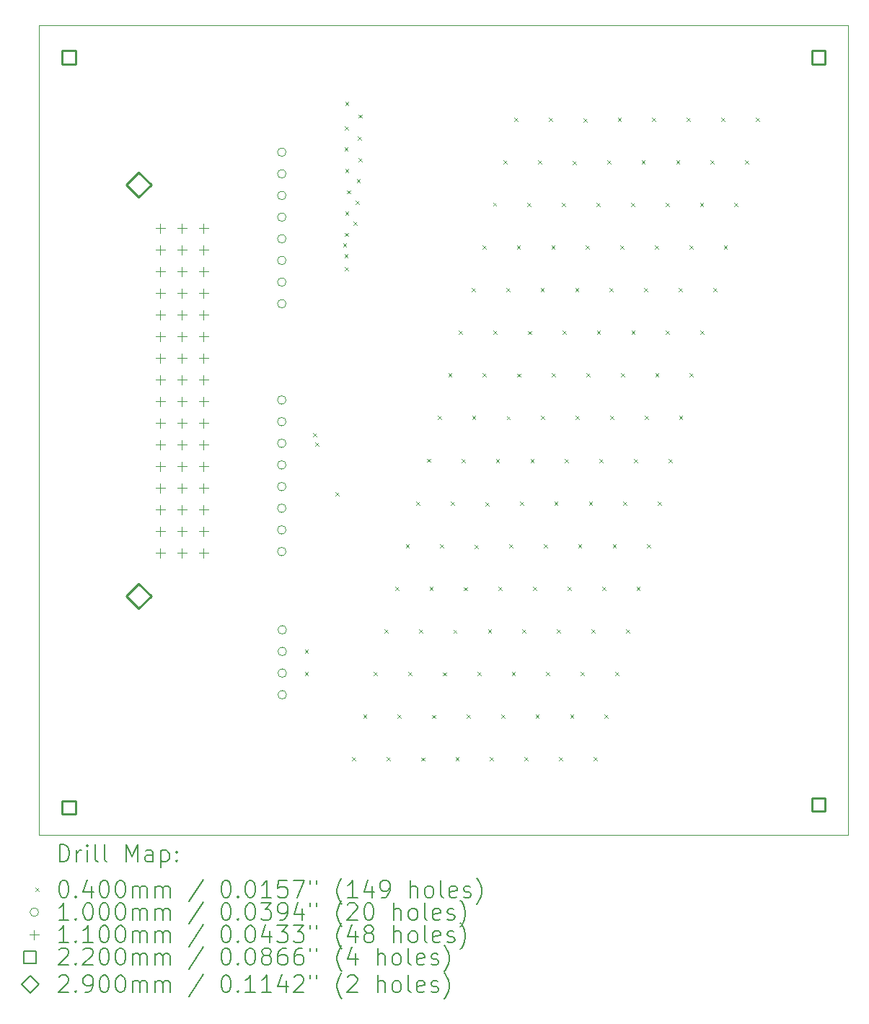
<source format=gbr>
%TF.GenerationSoftware,KiCad,Pcbnew,7.0.1*%
%TF.CreationDate,2023-03-19T16:13:25+09:00*%
%TF.ProjectId,keypad16,6b657970-6164-4313-962e-6b696361645f,rev?*%
%TF.SameCoordinates,Original*%
%TF.FileFunction,Drillmap*%
%TF.FilePolarity,Positive*%
%FSLAX45Y45*%
G04 Gerber Fmt 4.5, Leading zero omitted, Abs format (unit mm)*
G04 Created by KiCad (PCBNEW 7.0.1) date 2023-03-19 16:13:25*
%MOMM*%
%LPD*%
G01*
G04 APERTURE LIST*
%ADD10C,0.100000*%
%ADD11C,0.200000*%
%ADD12C,0.040000*%
%ADD13C,0.110000*%
%ADD14C,0.220000*%
%ADD15C,0.290000*%
G04 APERTURE END LIST*
D10*
X2350000Y-3620000D02*
X11850000Y-3620000D01*
X11850000Y-13120000D01*
X2350000Y-13120000D01*
X2350000Y-3620000D01*
D11*
D12*
X5470000Y-10950000D02*
X5510000Y-10990000D01*
X5510000Y-10950000D02*
X5470000Y-10990000D01*
X5470000Y-11210000D02*
X5510000Y-11250000D01*
X5510000Y-11210000D02*
X5470000Y-11250000D01*
X5570000Y-8410000D02*
X5610000Y-8450000D01*
X5610000Y-8410000D02*
X5570000Y-8450000D01*
X5590000Y-8520000D02*
X5630000Y-8560000D01*
X5630000Y-8520000D02*
X5590000Y-8560000D01*
X5830000Y-9100000D02*
X5870000Y-9140000D01*
X5870000Y-9100000D02*
X5830000Y-9140000D01*
X5920000Y-6180000D02*
X5960000Y-6220000D01*
X5960000Y-6180000D02*
X5920000Y-6220000D01*
X5935000Y-5055000D02*
X5975000Y-5095000D01*
X5975000Y-5055000D02*
X5935000Y-5095000D01*
X5935000Y-6310000D02*
X5975000Y-6350000D01*
X5975000Y-6310000D02*
X5935000Y-6350000D01*
X5940000Y-4810000D02*
X5980000Y-4850000D01*
X5980000Y-4810000D02*
X5940000Y-4850000D01*
X5940000Y-6060000D02*
X5980000Y-6100000D01*
X5980000Y-6060000D02*
X5940000Y-6100000D01*
X5940000Y-6460000D02*
X5980000Y-6500000D01*
X5980000Y-6460000D02*
X5940000Y-6500000D01*
X5945000Y-4525000D02*
X5985000Y-4565000D01*
X5985000Y-4525000D02*
X5945000Y-4565000D01*
X5945000Y-5310000D02*
X5985000Y-5350000D01*
X5985000Y-5310000D02*
X5945000Y-5350000D01*
X5945000Y-5810000D02*
X5985000Y-5850000D01*
X5985000Y-5810000D02*
X5945000Y-5850000D01*
X5965000Y-5560000D02*
X6005000Y-5600000D01*
X6005000Y-5560000D02*
X5965000Y-5600000D01*
X6025000Y-12210000D02*
X6065000Y-12250000D01*
X6065000Y-12210000D02*
X6025000Y-12250000D01*
X6040000Y-5930000D02*
X6080000Y-5970000D01*
X6080000Y-5930000D02*
X6040000Y-5970000D01*
X6070000Y-5680000D02*
X6110000Y-5720000D01*
X6110000Y-5680000D02*
X6070000Y-5720000D01*
X6080000Y-5430000D02*
X6120000Y-5470000D01*
X6120000Y-5430000D02*
X6080000Y-5470000D01*
X6090000Y-4930000D02*
X6130000Y-4970000D01*
X6130000Y-4930000D02*
X6090000Y-4970000D01*
X6100000Y-4670000D02*
X6140000Y-4710000D01*
X6140000Y-4670000D02*
X6100000Y-4710000D01*
X6100000Y-5180000D02*
X6140000Y-5220000D01*
X6140000Y-5180000D02*
X6100000Y-5220000D01*
X6155000Y-11710000D02*
X6195000Y-11750000D01*
X6195000Y-11710000D02*
X6155000Y-11750000D01*
X6280000Y-11210000D02*
X6320000Y-11250000D01*
X6320000Y-11210000D02*
X6280000Y-11250000D01*
X6405000Y-10710000D02*
X6445000Y-10750000D01*
X6445000Y-10710000D02*
X6405000Y-10750000D01*
X6430000Y-12210600D02*
X6470000Y-12250600D01*
X6470000Y-12210600D02*
X6430000Y-12250600D01*
X6530000Y-10210000D02*
X6570000Y-10250000D01*
X6570000Y-10210000D02*
X6530000Y-10250000D01*
X6560000Y-11710600D02*
X6600000Y-11750600D01*
X6600000Y-11710600D02*
X6560000Y-11750600D01*
X6655000Y-9715000D02*
X6695000Y-9755000D01*
X6695000Y-9715000D02*
X6655000Y-9755000D01*
X6685000Y-11210600D02*
X6725000Y-11250600D01*
X6725000Y-11210600D02*
X6685000Y-11250600D01*
X6780000Y-9215000D02*
X6820000Y-9255000D01*
X6820000Y-9215000D02*
X6780000Y-9255000D01*
X6810000Y-10710600D02*
X6850000Y-10750600D01*
X6850000Y-10710600D02*
X6810000Y-10750600D01*
X6835000Y-12215600D02*
X6875000Y-12255600D01*
X6875000Y-12215600D02*
X6835000Y-12255600D01*
X6905000Y-8710000D02*
X6945000Y-8750000D01*
X6945000Y-8710000D02*
X6905000Y-8750000D01*
X6935000Y-10210600D02*
X6975000Y-10250600D01*
X6975000Y-10210600D02*
X6935000Y-10250600D01*
X6965000Y-11715600D02*
X7005000Y-11755600D01*
X7005000Y-11715600D02*
X6965000Y-11755600D01*
X7030000Y-8204400D02*
X7070000Y-8244400D01*
X7070000Y-8204400D02*
X7030000Y-8244400D01*
X7060000Y-9715600D02*
X7100000Y-9755600D01*
X7100000Y-9715600D02*
X7060000Y-9755600D01*
X7090000Y-11215600D02*
X7130000Y-11255600D01*
X7130000Y-11215600D02*
X7090000Y-11255600D01*
X7155000Y-7704400D02*
X7195000Y-7744400D01*
X7195000Y-7704400D02*
X7155000Y-7744400D01*
X7185000Y-9215600D02*
X7225000Y-9255600D01*
X7225000Y-9215600D02*
X7185000Y-9255600D01*
X7215000Y-10715600D02*
X7255000Y-10755600D01*
X7255000Y-10715600D02*
X7215000Y-10755600D01*
X7240000Y-12210600D02*
X7280000Y-12250600D01*
X7280000Y-12210600D02*
X7240000Y-12250600D01*
X7280000Y-7204400D02*
X7320000Y-7244400D01*
X7320000Y-7204400D02*
X7280000Y-7244400D01*
X7310000Y-8710600D02*
X7350000Y-8750600D01*
X7350000Y-8710600D02*
X7310000Y-8750600D01*
X7340000Y-10215600D02*
X7380000Y-10255600D01*
X7380000Y-10215600D02*
X7340000Y-10255600D01*
X7370000Y-11710600D02*
X7410000Y-11750600D01*
X7410000Y-11710600D02*
X7370000Y-11750600D01*
X7430000Y-6704400D02*
X7470000Y-6744400D01*
X7470000Y-6704400D02*
X7430000Y-6744400D01*
X7435000Y-8205000D02*
X7475000Y-8245000D01*
X7475000Y-8205000D02*
X7435000Y-8245000D01*
X7465000Y-9720600D02*
X7505000Y-9760600D01*
X7505000Y-9720600D02*
X7465000Y-9760600D01*
X7495000Y-11210600D02*
X7535000Y-11250600D01*
X7535000Y-11210600D02*
X7495000Y-11250600D01*
X7555000Y-6204400D02*
X7595000Y-6244400D01*
X7595000Y-6204400D02*
X7555000Y-6244400D01*
X7560000Y-7705000D02*
X7600000Y-7745000D01*
X7600000Y-7705000D02*
X7560000Y-7745000D01*
X7590000Y-9220600D02*
X7630000Y-9260600D01*
X7630000Y-9220600D02*
X7590000Y-9260600D01*
X7620000Y-10710600D02*
X7660000Y-10750600D01*
X7660000Y-10710600D02*
X7620000Y-10750600D01*
X7645000Y-12210600D02*
X7685000Y-12250600D01*
X7685000Y-12210600D02*
X7645000Y-12250600D01*
X7680000Y-5704400D02*
X7720000Y-5744400D01*
X7720000Y-5704400D02*
X7680000Y-5744400D01*
X7685000Y-7205000D02*
X7725000Y-7245000D01*
X7725000Y-7205000D02*
X7685000Y-7245000D01*
X7715000Y-8715600D02*
X7755000Y-8755600D01*
X7755000Y-8715600D02*
X7715000Y-8755600D01*
X7745000Y-10210600D02*
X7785000Y-10250600D01*
X7785000Y-10210600D02*
X7745000Y-10250600D01*
X7775000Y-11710600D02*
X7815000Y-11750600D01*
X7815000Y-11710600D02*
X7775000Y-11750600D01*
X7805000Y-5210000D02*
X7845000Y-5250000D01*
X7845000Y-5210000D02*
X7805000Y-5250000D01*
X7835000Y-6705000D02*
X7875000Y-6745000D01*
X7875000Y-6705000D02*
X7835000Y-6745000D01*
X7840000Y-8210000D02*
X7880000Y-8250000D01*
X7880000Y-8210000D02*
X7840000Y-8250000D01*
X7870000Y-9715600D02*
X7910000Y-9755600D01*
X7910000Y-9715600D02*
X7870000Y-9755600D01*
X7900000Y-11210600D02*
X7940000Y-11250600D01*
X7940000Y-11210600D02*
X7900000Y-11250600D01*
X7930000Y-4710000D02*
X7970000Y-4750000D01*
X7970000Y-4710000D02*
X7930000Y-4750000D01*
X7960000Y-6205000D02*
X8000000Y-6245000D01*
X8000000Y-6205000D02*
X7960000Y-6245000D01*
X7965000Y-7710000D02*
X8005000Y-7750000D01*
X8005000Y-7710000D02*
X7965000Y-7750000D01*
X7995000Y-9215600D02*
X8035000Y-9255600D01*
X8035000Y-9215600D02*
X7995000Y-9255600D01*
X8025000Y-10710600D02*
X8065000Y-10750600D01*
X8065000Y-10710600D02*
X8025000Y-10750600D01*
X8050000Y-12210600D02*
X8090000Y-12250600D01*
X8090000Y-12210600D02*
X8050000Y-12250600D01*
X8085000Y-5705000D02*
X8125000Y-5745000D01*
X8125000Y-5705000D02*
X8085000Y-5745000D01*
X8090000Y-7210000D02*
X8130000Y-7250000D01*
X8130000Y-7210000D02*
X8090000Y-7250000D01*
X8120000Y-8710600D02*
X8160000Y-8750600D01*
X8160000Y-8710600D02*
X8120000Y-8750600D01*
X8150000Y-10210600D02*
X8190000Y-10250600D01*
X8190000Y-10210600D02*
X8150000Y-10250600D01*
X8180000Y-11710600D02*
X8220000Y-11750600D01*
X8220000Y-11710600D02*
X8180000Y-11750600D01*
X8210000Y-5210600D02*
X8250000Y-5250600D01*
X8250000Y-5210600D02*
X8210000Y-5250600D01*
X8240000Y-6710000D02*
X8280000Y-6750000D01*
X8280000Y-6710000D02*
X8240000Y-6750000D01*
X8245000Y-8205000D02*
X8285000Y-8245000D01*
X8285000Y-8205000D02*
X8245000Y-8245000D01*
X8275000Y-9715600D02*
X8315000Y-9755600D01*
X8315000Y-9715600D02*
X8275000Y-9755600D01*
X8305000Y-11210600D02*
X8345000Y-11250600D01*
X8345000Y-11210600D02*
X8305000Y-11250600D01*
X8335000Y-4710600D02*
X8375000Y-4750600D01*
X8375000Y-4710600D02*
X8335000Y-4750600D01*
X8365000Y-6210000D02*
X8405000Y-6250000D01*
X8405000Y-6210000D02*
X8365000Y-6250000D01*
X8370000Y-7705000D02*
X8410000Y-7745000D01*
X8410000Y-7705000D02*
X8370000Y-7745000D01*
X8400000Y-9215600D02*
X8440000Y-9255600D01*
X8440000Y-9215600D02*
X8400000Y-9255600D01*
X8430000Y-10710600D02*
X8470000Y-10750600D01*
X8470000Y-10710600D02*
X8430000Y-10750600D01*
X8455000Y-12210600D02*
X8495000Y-12250600D01*
X8495000Y-12210600D02*
X8455000Y-12250600D01*
X8490000Y-5710000D02*
X8530000Y-5750000D01*
X8530000Y-5710000D02*
X8490000Y-5750000D01*
X8495000Y-7205000D02*
X8535000Y-7245000D01*
X8535000Y-7205000D02*
X8495000Y-7245000D01*
X8525000Y-8710600D02*
X8565000Y-8750600D01*
X8565000Y-8710600D02*
X8525000Y-8750600D01*
X8555000Y-10210600D02*
X8595000Y-10250600D01*
X8595000Y-10210600D02*
X8555000Y-10250600D01*
X8585000Y-11710600D02*
X8625000Y-11750600D01*
X8625000Y-11710600D02*
X8585000Y-11750600D01*
X8615000Y-5215600D02*
X8655000Y-5255600D01*
X8655000Y-5215600D02*
X8615000Y-5255600D01*
X8645000Y-6705000D02*
X8685000Y-6745000D01*
X8685000Y-6705000D02*
X8645000Y-6745000D01*
X8650000Y-8205000D02*
X8690000Y-8245000D01*
X8690000Y-8205000D02*
X8650000Y-8245000D01*
X8680000Y-9715600D02*
X8720000Y-9755600D01*
X8720000Y-9715600D02*
X8680000Y-9755600D01*
X8710000Y-11210600D02*
X8750000Y-11250600D01*
X8750000Y-11210600D02*
X8710000Y-11250600D01*
X8740000Y-4715600D02*
X8780000Y-4755600D01*
X8780000Y-4715600D02*
X8740000Y-4755600D01*
X8770000Y-6205000D02*
X8810000Y-6245000D01*
X8810000Y-6205000D02*
X8770000Y-6245000D01*
X8775000Y-7705000D02*
X8815000Y-7745000D01*
X8815000Y-7705000D02*
X8775000Y-7745000D01*
X8805000Y-9215600D02*
X8845000Y-9255600D01*
X8845000Y-9215600D02*
X8805000Y-9255600D01*
X8835000Y-10710600D02*
X8875000Y-10750600D01*
X8875000Y-10710600D02*
X8835000Y-10750600D01*
X8860000Y-12210600D02*
X8900000Y-12250600D01*
X8900000Y-12210600D02*
X8860000Y-12250600D01*
X8895000Y-5705000D02*
X8935000Y-5745000D01*
X8935000Y-5705000D02*
X8895000Y-5745000D01*
X8900000Y-7205000D02*
X8940000Y-7245000D01*
X8940000Y-7205000D02*
X8900000Y-7245000D01*
X8930000Y-8710600D02*
X8970000Y-8750600D01*
X8970000Y-8710600D02*
X8930000Y-8750600D01*
X8960000Y-10210600D02*
X9000000Y-10250600D01*
X9000000Y-10210600D02*
X8960000Y-10250600D01*
X8990000Y-11710600D02*
X9030000Y-11750600D01*
X9030000Y-11710600D02*
X8990000Y-11750600D01*
X9020000Y-5210600D02*
X9060000Y-5250600D01*
X9060000Y-5210600D02*
X9020000Y-5250600D01*
X9050000Y-6705000D02*
X9090000Y-6745000D01*
X9090000Y-6705000D02*
X9050000Y-6745000D01*
X9055000Y-8205000D02*
X9095000Y-8245000D01*
X9095000Y-8205000D02*
X9055000Y-8245000D01*
X9085000Y-9715600D02*
X9125000Y-9755600D01*
X9125000Y-9715600D02*
X9085000Y-9755600D01*
X9115000Y-11210600D02*
X9155000Y-11250600D01*
X9155000Y-11210600D02*
X9115000Y-11250600D01*
X9145000Y-4710600D02*
X9185000Y-4750600D01*
X9185000Y-4710600D02*
X9145000Y-4750600D01*
X9175000Y-6205000D02*
X9215000Y-6245000D01*
X9215000Y-6205000D02*
X9175000Y-6245000D01*
X9180000Y-7705000D02*
X9220000Y-7745000D01*
X9220000Y-7705000D02*
X9180000Y-7745000D01*
X9210000Y-9215600D02*
X9250000Y-9255600D01*
X9250000Y-9215600D02*
X9210000Y-9255600D01*
X9240000Y-10710600D02*
X9280000Y-10750600D01*
X9280000Y-10710600D02*
X9240000Y-10750600D01*
X9300000Y-5705000D02*
X9340000Y-5745000D01*
X9340000Y-5705000D02*
X9300000Y-5745000D01*
X9305000Y-7205000D02*
X9345000Y-7245000D01*
X9345000Y-7205000D02*
X9305000Y-7245000D01*
X9335000Y-8710600D02*
X9375000Y-8750600D01*
X9375000Y-8710600D02*
X9335000Y-8750600D01*
X9365000Y-10210600D02*
X9405000Y-10250600D01*
X9405000Y-10210600D02*
X9365000Y-10250600D01*
X9425000Y-5210600D02*
X9465000Y-5250600D01*
X9465000Y-5210600D02*
X9425000Y-5250600D01*
X9455000Y-6705000D02*
X9495000Y-6745000D01*
X9495000Y-6705000D02*
X9455000Y-6745000D01*
X9460000Y-8205000D02*
X9500000Y-8245000D01*
X9500000Y-8205000D02*
X9460000Y-8245000D01*
X9490000Y-9715600D02*
X9530000Y-9755600D01*
X9530000Y-9715600D02*
X9490000Y-9755600D01*
X9550000Y-4710600D02*
X9590000Y-4750600D01*
X9590000Y-4710600D02*
X9550000Y-4750600D01*
X9580000Y-6205000D02*
X9620000Y-6245000D01*
X9620000Y-6205000D02*
X9580000Y-6245000D01*
X9585000Y-7705000D02*
X9625000Y-7745000D01*
X9625000Y-7705000D02*
X9585000Y-7745000D01*
X9615000Y-9215600D02*
X9655000Y-9255600D01*
X9655000Y-9215600D02*
X9615000Y-9255600D01*
X9705000Y-5705000D02*
X9745000Y-5745000D01*
X9745000Y-5705000D02*
X9705000Y-5745000D01*
X9710000Y-7205000D02*
X9750000Y-7245000D01*
X9750000Y-7205000D02*
X9710000Y-7245000D01*
X9740000Y-8710600D02*
X9780000Y-8750600D01*
X9780000Y-8710600D02*
X9740000Y-8750600D01*
X9830000Y-5210600D02*
X9870000Y-5250600D01*
X9870000Y-5210600D02*
X9830000Y-5250600D01*
X9860000Y-6705000D02*
X9900000Y-6745000D01*
X9900000Y-6705000D02*
X9860000Y-6745000D01*
X9865000Y-8205000D02*
X9905000Y-8245000D01*
X9905000Y-8205000D02*
X9865000Y-8245000D01*
X9955000Y-4710600D02*
X9995000Y-4750600D01*
X9995000Y-4710600D02*
X9955000Y-4750600D01*
X9985000Y-6205000D02*
X10025000Y-6245000D01*
X10025000Y-6205000D02*
X9985000Y-6245000D01*
X9990000Y-7705000D02*
X10030000Y-7745000D01*
X10030000Y-7705000D02*
X9990000Y-7745000D01*
X10110000Y-5705000D02*
X10150000Y-5745000D01*
X10150000Y-5705000D02*
X10110000Y-5745000D01*
X10115000Y-7205000D02*
X10155000Y-7245000D01*
X10155000Y-7205000D02*
X10115000Y-7245000D01*
X10235000Y-5210600D02*
X10275000Y-5250600D01*
X10275000Y-5210600D02*
X10235000Y-5250600D01*
X10265000Y-6705000D02*
X10305000Y-6745000D01*
X10305000Y-6705000D02*
X10265000Y-6745000D01*
X10360000Y-4710600D02*
X10400000Y-4750600D01*
X10400000Y-4710600D02*
X10360000Y-4750600D01*
X10390000Y-6205000D02*
X10430000Y-6245000D01*
X10430000Y-6205000D02*
X10390000Y-6245000D01*
X10515000Y-5705000D02*
X10555000Y-5745000D01*
X10555000Y-5705000D02*
X10515000Y-5745000D01*
X10640000Y-5210600D02*
X10680000Y-5250600D01*
X10680000Y-5210600D02*
X10640000Y-5250600D01*
X10765000Y-4710600D02*
X10805000Y-4750600D01*
X10805000Y-4710600D02*
X10765000Y-4750600D01*
D10*
X5250000Y-5113000D02*
G75*
G03*
X5250000Y-5113000I-50000J0D01*
G01*
X5250000Y-5367000D02*
G75*
G03*
X5250000Y-5367000I-50000J0D01*
G01*
X5250000Y-5621000D02*
G75*
G03*
X5250000Y-5621000I-50000J0D01*
G01*
X5250000Y-5875000D02*
G75*
G03*
X5250000Y-5875000I-50000J0D01*
G01*
X5250000Y-6129000D02*
G75*
G03*
X5250000Y-6129000I-50000J0D01*
G01*
X5250000Y-6383000D02*
G75*
G03*
X5250000Y-6383000I-50000J0D01*
G01*
X5250000Y-6637000D02*
G75*
G03*
X5250000Y-6637000I-50000J0D01*
G01*
X5250000Y-6891000D02*
G75*
G03*
X5250000Y-6891000I-50000J0D01*
G01*
X5250000Y-8021000D02*
G75*
G03*
X5250000Y-8021000I-50000J0D01*
G01*
X5250000Y-8275000D02*
G75*
G03*
X5250000Y-8275000I-50000J0D01*
G01*
X5250000Y-8529000D02*
G75*
G03*
X5250000Y-8529000I-50000J0D01*
G01*
X5250000Y-8783000D02*
G75*
G03*
X5250000Y-8783000I-50000J0D01*
G01*
X5250000Y-9037000D02*
G75*
G03*
X5250000Y-9037000I-50000J0D01*
G01*
X5250000Y-9291000D02*
G75*
G03*
X5250000Y-9291000I-50000J0D01*
G01*
X5250000Y-9545000D02*
G75*
G03*
X5250000Y-9545000I-50000J0D01*
G01*
X5250000Y-9799000D02*
G75*
G03*
X5250000Y-9799000I-50000J0D01*
G01*
X5255000Y-10716000D02*
G75*
G03*
X5255000Y-10716000I-50000J0D01*
G01*
X5255000Y-10970000D02*
G75*
G03*
X5255000Y-10970000I-50000J0D01*
G01*
X5255000Y-11224000D02*
G75*
G03*
X5255000Y-11224000I-50000J0D01*
G01*
X5255000Y-11478000D02*
G75*
G03*
X5255000Y-11478000I-50000J0D01*
G01*
D13*
X3775000Y-5950000D02*
X3775000Y-6060000D01*
X3720000Y-6005000D02*
X3830000Y-6005000D01*
X3775000Y-6204000D02*
X3775000Y-6314000D01*
X3720000Y-6259000D02*
X3830000Y-6259000D01*
X3775000Y-6458000D02*
X3775000Y-6568000D01*
X3720000Y-6513000D02*
X3830000Y-6513000D01*
X3775000Y-6712000D02*
X3775000Y-6822000D01*
X3720000Y-6767000D02*
X3830000Y-6767000D01*
X3775000Y-6966000D02*
X3775000Y-7076000D01*
X3720000Y-7021000D02*
X3830000Y-7021000D01*
X3775000Y-7220000D02*
X3775000Y-7330000D01*
X3720000Y-7275000D02*
X3830000Y-7275000D01*
X3775000Y-7474000D02*
X3775000Y-7584000D01*
X3720000Y-7529000D02*
X3830000Y-7529000D01*
X3775000Y-7728000D02*
X3775000Y-7838000D01*
X3720000Y-7783000D02*
X3830000Y-7783000D01*
X3775000Y-7982000D02*
X3775000Y-8092000D01*
X3720000Y-8037000D02*
X3830000Y-8037000D01*
X3775000Y-8236000D02*
X3775000Y-8346000D01*
X3720000Y-8291000D02*
X3830000Y-8291000D01*
X3775000Y-8490000D02*
X3775000Y-8600000D01*
X3720000Y-8545000D02*
X3830000Y-8545000D01*
X3775000Y-8744000D02*
X3775000Y-8854000D01*
X3720000Y-8799000D02*
X3830000Y-8799000D01*
X3775000Y-8998000D02*
X3775000Y-9108000D01*
X3720000Y-9053000D02*
X3830000Y-9053000D01*
X3775000Y-9252000D02*
X3775000Y-9362000D01*
X3720000Y-9307000D02*
X3830000Y-9307000D01*
X3775000Y-9506000D02*
X3775000Y-9616000D01*
X3720000Y-9561000D02*
X3830000Y-9561000D01*
X3775000Y-9760000D02*
X3775000Y-9870000D01*
X3720000Y-9815000D02*
X3830000Y-9815000D01*
X4029000Y-5950000D02*
X4029000Y-6060000D01*
X3974000Y-6005000D02*
X4084000Y-6005000D01*
X4029000Y-6204000D02*
X4029000Y-6314000D01*
X3974000Y-6259000D02*
X4084000Y-6259000D01*
X4029000Y-6458000D02*
X4029000Y-6568000D01*
X3974000Y-6513000D02*
X4084000Y-6513000D01*
X4029000Y-6712000D02*
X4029000Y-6822000D01*
X3974000Y-6767000D02*
X4084000Y-6767000D01*
X4029000Y-6966000D02*
X4029000Y-7076000D01*
X3974000Y-7021000D02*
X4084000Y-7021000D01*
X4029000Y-7220000D02*
X4029000Y-7330000D01*
X3974000Y-7275000D02*
X4084000Y-7275000D01*
X4029000Y-7474000D02*
X4029000Y-7584000D01*
X3974000Y-7529000D02*
X4084000Y-7529000D01*
X4029000Y-7728000D02*
X4029000Y-7838000D01*
X3974000Y-7783000D02*
X4084000Y-7783000D01*
X4029000Y-7982000D02*
X4029000Y-8092000D01*
X3974000Y-8037000D02*
X4084000Y-8037000D01*
X4029000Y-8236000D02*
X4029000Y-8346000D01*
X3974000Y-8291000D02*
X4084000Y-8291000D01*
X4029000Y-8490000D02*
X4029000Y-8600000D01*
X3974000Y-8545000D02*
X4084000Y-8545000D01*
X4029000Y-8744000D02*
X4029000Y-8854000D01*
X3974000Y-8799000D02*
X4084000Y-8799000D01*
X4029000Y-8998000D02*
X4029000Y-9108000D01*
X3974000Y-9053000D02*
X4084000Y-9053000D01*
X4029000Y-9252000D02*
X4029000Y-9362000D01*
X3974000Y-9307000D02*
X4084000Y-9307000D01*
X4029000Y-9506000D02*
X4029000Y-9616000D01*
X3974000Y-9561000D02*
X4084000Y-9561000D01*
X4029000Y-9760000D02*
X4029000Y-9870000D01*
X3974000Y-9815000D02*
X4084000Y-9815000D01*
X4283000Y-5950000D02*
X4283000Y-6060000D01*
X4228000Y-6005000D02*
X4338000Y-6005000D01*
X4283000Y-6204000D02*
X4283000Y-6314000D01*
X4228000Y-6259000D02*
X4338000Y-6259000D01*
X4283000Y-6458000D02*
X4283000Y-6568000D01*
X4228000Y-6513000D02*
X4338000Y-6513000D01*
X4283000Y-6712000D02*
X4283000Y-6822000D01*
X4228000Y-6767000D02*
X4338000Y-6767000D01*
X4283000Y-6966000D02*
X4283000Y-7076000D01*
X4228000Y-7021000D02*
X4338000Y-7021000D01*
X4283000Y-7220000D02*
X4283000Y-7330000D01*
X4228000Y-7275000D02*
X4338000Y-7275000D01*
X4283000Y-7474000D02*
X4283000Y-7584000D01*
X4228000Y-7529000D02*
X4338000Y-7529000D01*
X4283000Y-7728000D02*
X4283000Y-7838000D01*
X4228000Y-7783000D02*
X4338000Y-7783000D01*
X4283000Y-7982000D02*
X4283000Y-8092000D01*
X4228000Y-8037000D02*
X4338000Y-8037000D01*
X4283000Y-8236000D02*
X4283000Y-8346000D01*
X4228000Y-8291000D02*
X4338000Y-8291000D01*
X4283000Y-8490000D02*
X4283000Y-8600000D01*
X4228000Y-8545000D02*
X4338000Y-8545000D01*
X4283000Y-8744000D02*
X4283000Y-8854000D01*
X4228000Y-8799000D02*
X4338000Y-8799000D01*
X4283000Y-8998000D02*
X4283000Y-9108000D01*
X4228000Y-9053000D02*
X4338000Y-9053000D01*
X4283000Y-9252000D02*
X4283000Y-9362000D01*
X4228000Y-9307000D02*
X4338000Y-9307000D01*
X4283000Y-9506000D02*
X4283000Y-9616000D01*
X4228000Y-9561000D02*
X4338000Y-9561000D01*
X4283000Y-9760000D02*
X4283000Y-9870000D01*
X4228000Y-9815000D02*
X4338000Y-9815000D01*
D14*
X2777783Y-4077782D02*
X2777783Y-3922217D01*
X2622218Y-3922217D01*
X2622218Y-4077782D01*
X2777783Y-4077782D01*
X2777783Y-12877782D02*
X2777783Y-12722217D01*
X2622218Y-12722217D01*
X2622218Y-12877782D01*
X2777783Y-12877782D01*
X11577782Y-4077782D02*
X11577782Y-3922217D01*
X11422217Y-3922217D01*
X11422217Y-4077782D01*
X11577782Y-4077782D01*
X11577782Y-12847782D02*
X11577782Y-12692217D01*
X11422217Y-12692217D01*
X11422217Y-12847782D01*
X11577782Y-12847782D01*
D15*
X3521000Y-5642000D02*
X3666000Y-5497000D01*
X3521000Y-5352000D01*
X3376000Y-5497000D01*
X3521000Y-5642000D01*
X3521000Y-10468000D02*
X3666000Y-10323000D01*
X3521000Y-10178000D01*
X3376000Y-10323000D01*
X3521000Y-10468000D01*
D11*
X2592619Y-13437524D02*
X2592619Y-13237524D01*
X2592619Y-13237524D02*
X2640238Y-13237524D01*
X2640238Y-13237524D02*
X2668810Y-13247048D01*
X2668810Y-13247048D02*
X2687857Y-13266095D01*
X2687857Y-13266095D02*
X2697381Y-13285143D01*
X2697381Y-13285143D02*
X2706905Y-13323238D01*
X2706905Y-13323238D02*
X2706905Y-13351809D01*
X2706905Y-13351809D02*
X2697381Y-13389905D01*
X2697381Y-13389905D02*
X2687857Y-13408952D01*
X2687857Y-13408952D02*
X2668810Y-13428000D01*
X2668810Y-13428000D02*
X2640238Y-13437524D01*
X2640238Y-13437524D02*
X2592619Y-13437524D01*
X2792619Y-13437524D02*
X2792619Y-13304190D01*
X2792619Y-13342286D02*
X2802143Y-13323238D01*
X2802143Y-13323238D02*
X2811667Y-13313714D01*
X2811667Y-13313714D02*
X2830714Y-13304190D01*
X2830714Y-13304190D02*
X2849762Y-13304190D01*
X2916428Y-13437524D02*
X2916428Y-13304190D01*
X2916428Y-13237524D02*
X2906905Y-13247048D01*
X2906905Y-13247048D02*
X2916428Y-13256571D01*
X2916428Y-13256571D02*
X2925952Y-13247048D01*
X2925952Y-13247048D02*
X2916428Y-13237524D01*
X2916428Y-13237524D02*
X2916428Y-13256571D01*
X3040238Y-13437524D02*
X3021190Y-13428000D01*
X3021190Y-13428000D02*
X3011667Y-13408952D01*
X3011667Y-13408952D02*
X3011667Y-13237524D01*
X3145000Y-13437524D02*
X3125952Y-13428000D01*
X3125952Y-13428000D02*
X3116428Y-13408952D01*
X3116428Y-13408952D02*
X3116428Y-13237524D01*
X3373571Y-13437524D02*
X3373571Y-13237524D01*
X3373571Y-13237524D02*
X3440238Y-13380381D01*
X3440238Y-13380381D02*
X3506905Y-13237524D01*
X3506905Y-13237524D02*
X3506905Y-13437524D01*
X3687857Y-13437524D02*
X3687857Y-13332762D01*
X3687857Y-13332762D02*
X3678333Y-13313714D01*
X3678333Y-13313714D02*
X3659286Y-13304190D01*
X3659286Y-13304190D02*
X3621190Y-13304190D01*
X3621190Y-13304190D02*
X3602143Y-13313714D01*
X3687857Y-13428000D02*
X3668809Y-13437524D01*
X3668809Y-13437524D02*
X3621190Y-13437524D01*
X3621190Y-13437524D02*
X3602143Y-13428000D01*
X3602143Y-13428000D02*
X3592619Y-13408952D01*
X3592619Y-13408952D02*
X3592619Y-13389905D01*
X3592619Y-13389905D02*
X3602143Y-13370857D01*
X3602143Y-13370857D02*
X3621190Y-13361333D01*
X3621190Y-13361333D02*
X3668809Y-13361333D01*
X3668809Y-13361333D02*
X3687857Y-13351809D01*
X3783095Y-13304190D02*
X3783095Y-13504190D01*
X3783095Y-13313714D02*
X3802143Y-13304190D01*
X3802143Y-13304190D02*
X3840238Y-13304190D01*
X3840238Y-13304190D02*
X3859286Y-13313714D01*
X3859286Y-13313714D02*
X3868809Y-13323238D01*
X3868809Y-13323238D02*
X3878333Y-13342286D01*
X3878333Y-13342286D02*
X3878333Y-13399428D01*
X3878333Y-13399428D02*
X3868809Y-13418476D01*
X3868809Y-13418476D02*
X3859286Y-13428000D01*
X3859286Y-13428000D02*
X3840238Y-13437524D01*
X3840238Y-13437524D02*
X3802143Y-13437524D01*
X3802143Y-13437524D02*
X3783095Y-13428000D01*
X3964048Y-13418476D02*
X3973571Y-13428000D01*
X3973571Y-13428000D02*
X3964048Y-13437524D01*
X3964048Y-13437524D02*
X3954524Y-13428000D01*
X3954524Y-13428000D02*
X3964048Y-13418476D01*
X3964048Y-13418476D02*
X3964048Y-13437524D01*
X3964048Y-13313714D02*
X3973571Y-13323238D01*
X3973571Y-13323238D02*
X3964048Y-13332762D01*
X3964048Y-13332762D02*
X3954524Y-13323238D01*
X3954524Y-13323238D02*
X3964048Y-13313714D01*
X3964048Y-13313714D02*
X3964048Y-13332762D01*
D12*
X2305000Y-13745000D02*
X2345000Y-13785000D01*
X2345000Y-13745000D02*
X2305000Y-13785000D01*
D11*
X2630714Y-13657524D02*
X2649762Y-13657524D01*
X2649762Y-13657524D02*
X2668810Y-13667048D01*
X2668810Y-13667048D02*
X2678333Y-13676571D01*
X2678333Y-13676571D02*
X2687857Y-13695619D01*
X2687857Y-13695619D02*
X2697381Y-13733714D01*
X2697381Y-13733714D02*
X2697381Y-13781333D01*
X2697381Y-13781333D02*
X2687857Y-13819428D01*
X2687857Y-13819428D02*
X2678333Y-13838476D01*
X2678333Y-13838476D02*
X2668810Y-13848000D01*
X2668810Y-13848000D02*
X2649762Y-13857524D01*
X2649762Y-13857524D02*
X2630714Y-13857524D01*
X2630714Y-13857524D02*
X2611667Y-13848000D01*
X2611667Y-13848000D02*
X2602143Y-13838476D01*
X2602143Y-13838476D02*
X2592619Y-13819428D01*
X2592619Y-13819428D02*
X2583095Y-13781333D01*
X2583095Y-13781333D02*
X2583095Y-13733714D01*
X2583095Y-13733714D02*
X2592619Y-13695619D01*
X2592619Y-13695619D02*
X2602143Y-13676571D01*
X2602143Y-13676571D02*
X2611667Y-13667048D01*
X2611667Y-13667048D02*
X2630714Y-13657524D01*
X2783095Y-13838476D02*
X2792619Y-13848000D01*
X2792619Y-13848000D02*
X2783095Y-13857524D01*
X2783095Y-13857524D02*
X2773571Y-13848000D01*
X2773571Y-13848000D02*
X2783095Y-13838476D01*
X2783095Y-13838476D02*
X2783095Y-13857524D01*
X2964048Y-13724190D02*
X2964048Y-13857524D01*
X2916428Y-13648000D02*
X2868809Y-13790857D01*
X2868809Y-13790857D02*
X2992619Y-13790857D01*
X3106905Y-13657524D02*
X3125952Y-13657524D01*
X3125952Y-13657524D02*
X3145000Y-13667048D01*
X3145000Y-13667048D02*
X3154524Y-13676571D01*
X3154524Y-13676571D02*
X3164048Y-13695619D01*
X3164048Y-13695619D02*
X3173571Y-13733714D01*
X3173571Y-13733714D02*
X3173571Y-13781333D01*
X3173571Y-13781333D02*
X3164048Y-13819428D01*
X3164048Y-13819428D02*
X3154524Y-13838476D01*
X3154524Y-13838476D02*
X3145000Y-13848000D01*
X3145000Y-13848000D02*
X3125952Y-13857524D01*
X3125952Y-13857524D02*
X3106905Y-13857524D01*
X3106905Y-13857524D02*
X3087857Y-13848000D01*
X3087857Y-13848000D02*
X3078333Y-13838476D01*
X3078333Y-13838476D02*
X3068809Y-13819428D01*
X3068809Y-13819428D02*
X3059286Y-13781333D01*
X3059286Y-13781333D02*
X3059286Y-13733714D01*
X3059286Y-13733714D02*
X3068809Y-13695619D01*
X3068809Y-13695619D02*
X3078333Y-13676571D01*
X3078333Y-13676571D02*
X3087857Y-13667048D01*
X3087857Y-13667048D02*
X3106905Y-13657524D01*
X3297381Y-13657524D02*
X3316429Y-13657524D01*
X3316429Y-13657524D02*
X3335476Y-13667048D01*
X3335476Y-13667048D02*
X3345000Y-13676571D01*
X3345000Y-13676571D02*
X3354524Y-13695619D01*
X3354524Y-13695619D02*
X3364048Y-13733714D01*
X3364048Y-13733714D02*
X3364048Y-13781333D01*
X3364048Y-13781333D02*
X3354524Y-13819428D01*
X3354524Y-13819428D02*
X3345000Y-13838476D01*
X3345000Y-13838476D02*
X3335476Y-13848000D01*
X3335476Y-13848000D02*
X3316429Y-13857524D01*
X3316429Y-13857524D02*
X3297381Y-13857524D01*
X3297381Y-13857524D02*
X3278333Y-13848000D01*
X3278333Y-13848000D02*
X3268809Y-13838476D01*
X3268809Y-13838476D02*
X3259286Y-13819428D01*
X3259286Y-13819428D02*
X3249762Y-13781333D01*
X3249762Y-13781333D02*
X3249762Y-13733714D01*
X3249762Y-13733714D02*
X3259286Y-13695619D01*
X3259286Y-13695619D02*
X3268809Y-13676571D01*
X3268809Y-13676571D02*
X3278333Y-13667048D01*
X3278333Y-13667048D02*
X3297381Y-13657524D01*
X3449762Y-13857524D02*
X3449762Y-13724190D01*
X3449762Y-13743238D02*
X3459286Y-13733714D01*
X3459286Y-13733714D02*
X3478333Y-13724190D01*
X3478333Y-13724190D02*
X3506905Y-13724190D01*
X3506905Y-13724190D02*
X3525952Y-13733714D01*
X3525952Y-13733714D02*
X3535476Y-13752762D01*
X3535476Y-13752762D02*
X3535476Y-13857524D01*
X3535476Y-13752762D02*
X3545000Y-13733714D01*
X3545000Y-13733714D02*
X3564048Y-13724190D01*
X3564048Y-13724190D02*
X3592619Y-13724190D01*
X3592619Y-13724190D02*
X3611667Y-13733714D01*
X3611667Y-13733714D02*
X3621190Y-13752762D01*
X3621190Y-13752762D02*
X3621190Y-13857524D01*
X3716429Y-13857524D02*
X3716429Y-13724190D01*
X3716429Y-13743238D02*
X3725952Y-13733714D01*
X3725952Y-13733714D02*
X3745000Y-13724190D01*
X3745000Y-13724190D02*
X3773571Y-13724190D01*
X3773571Y-13724190D02*
X3792619Y-13733714D01*
X3792619Y-13733714D02*
X3802143Y-13752762D01*
X3802143Y-13752762D02*
X3802143Y-13857524D01*
X3802143Y-13752762D02*
X3811667Y-13733714D01*
X3811667Y-13733714D02*
X3830714Y-13724190D01*
X3830714Y-13724190D02*
X3859286Y-13724190D01*
X3859286Y-13724190D02*
X3878333Y-13733714D01*
X3878333Y-13733714D02*
X3887857Y-13752762D01*
X3887857Y-13752762D02*
X3887857Y-13857524D01*
X4278333Y-13648000D02*
X4106905Y-13905143D01*
X4535476Y-13657524D02*
X4554524Y-13657524D01*
X4554524Y-13657524D02*
X4573572Y-13667048D01*
X4573572Y-13667048D02*
X4583095Y-13676571D01*
X4583095Y-13676571D02*
X4592619Y-13695619D01*
X4592619Y-13695619D02*
X4602143Y-13733714D01*
X4602143Y-13733714D02*
X4602143Y-13781333D01*
X4602143Y-13781333D02*
X4592619Y-13819428D01*
X4592619Y-13819428D02*
X4583095Y-13838476D01*
X4583095Y-13838476D02*
X4573572Y-13848000D01*
X4573572Y-13848000D02*
X4554524Y-13857524D01*
X4554524Y-13857524D02*
X4535476Y-13857524D01*
X4535476Y-13857524D02*
X4516429Y-13848000D01*
X4516429Y-13848000D02*
X4506905Y-13838476D01*
X4506905Y-13838476D02*
X4497381Y-13819428D01*
X4497381Y-13819428D02*
X4487857Y-13781333D01*
X4487857Y-13781333D02*
X4487857Y-13733714D01*
X4487857Y-13733714D02*
X4497381Y-13695619D01*
X4497381Y-13695619D02*
X4506905Y-13676571D01*
X4506905Y-13676571D02*
X4516429Y-13667048D01*
X4516429Y-13667048D02*
X4535476Y-13657524D01*
X4687857Y-13838476D02*
X4697381Y-13848000D01*
X4697381Y-13848000D02*
X4687857Y-13857524D01*
X4687857Y-13857524D02*
X4678334Y-13848000D01*
X4678334Y-13848000D02*
X4687857Y-13838476D01*
X4687857Y-13838476D02*
X4687857Y-13857524D01*
X4821191Y-13657524D02*
X4840238Y-13657524D01*
X4840238Y-13657524D02*
X4859286Y-13667048D01*
X4859286Y-13667048D02*
X4868810Y-13676571D01*
X4868810Y-13676571D02*
X4878334Y-13695619D01*
X4878334Y-13695619D02*
X4887857Y-13733714D01*
X4887857Y-13733714D02*
X4887857Y-13781333D01*
X4887857Y-13781333D02*
X4878334Y-13819428D01*
X4878334Y-13819428D02*
X4868810Y-13838476D01*
X4868810Y-13838476D02*
X4859286Y-13848000D01*
X4859286Y-13848000D02*
X4840238Y-13857524D01*
X4840238Y-13857524D02*
X4821191Y-13857524D01*
X4821191Y-13857524D02*
X4802143Y-13848000D01*
X4802143Y-13848000D02*
X4792619Y-13838476D01*
X4792619Y-13838476D02*
X4783095Y-13819428D01*
X4783095Y-13819428D02*
X4773572Y-13781333D01*
X4773572Y-13781333D02*
X4773572Y-13733714D01*
X4773572Y-13733714D02*
X4783095Y-13695619D01*
X4783095Y-13695619D02*
X4792619Y-13676571D01*
X4792619Y-13676571D02*
X4802143Y-13667048D01*
X4802143Y-13667048D02*
X4821191Y-13657524D01*
X5078334Y-13857524D02*
X4964048Y-13857524D01*
X5021191Y-13857524D02*
X5021191Y-13657524D01*
X5021191Y-13657524D02*
X5002143Y-13686095D01*
X5002143Y-13686095D02*
X4983095Y-13705143D01*
X4983095Y-13705143D02*
X4964048Y-13714667D01*
X5259286Y-13657524D02*
X5164048Y-13657524D01*
X5164048Y-13657524D02*
X5154524Y-13752762D01*
X5154524Y-13752762D02*
X5164048Y-13743238D01*
X5164048Y-13743238D02*
X5183095Y-13733714D01*
X5183095Y-13733714D02*
X5230715Y-13733714D01*
X5230715Y-13733714D02*
X5249762Y-13743238D01*
X5249762Y-13743238D02*
X5259286Y-13752762D01*
X5259286Y-13752762D02*
X5268810Y-13771809D01*
X5268810Y-13771809D02*
X5268810Y-13819428D01*
X5268810Y-13819428D02*
X5259286Y-13838476D01*
X5259286Y-13838476D02*
X5249762Y-13848000D01*
X5249762Y-13848000D02*
X5230715Y-13857524D01*
X5230715Y-13857524D02*
X5183095Y-13857524D01*
X5183095Y-13857524D02*
X5164048Y-13848000D01*
X5164048Y-13848000D02*
X5154524Y-13838476D01*
X5335476Y-13657524D02*
X5468810Y-13657524D01*
X5468810Y-13657524D02*
X5383095Y-13857524D01*
X5535476Y-13657524D02*
X5535476Y-13695619D01*
X5611667Y-13657524D02*
X5611667Y-13695619D01*
X5906905Y-13933714D02*
X5897381Y-13924190D01*
X5897381Y-13924190D02*
X5878334Y-13895619D01*
X5878334Y-13895619D02*
X5868810Y-13876571D01*
X5868810Y-13876571D02*
X5859286Y-13848000D01*
X5859286Y-13848000D02*
X5849762Y-13800381D01*
X5849762Y-13800381D02*
X5849762Y-13762286D01*
X5849762Y-13762286D02*
X5859286Y-13714667D01*
X5859286Y-13714667D02*
X5868810Y-13686095D01*
X5868810Y-13686095D02*
X5878334Y-13667048D01*
X5878334Y-13667048D02*
X5897381Y-13638476D01*
X5897381Y-13638476D02*
X5906905Y-13628952D01*
X6087857Y-13857524D02*
X5973572Y-13857524D01*
X6030714Y-13857524D02*
X6030714Y-13657524D01*
X6030714Y-13657524D02*
X6011667Y-13686095D01*
X6011667Y-13686095D02*
X5992619Y-13705143D01*
X5992619Y-13705143D02*
X5973572Y-13714667D01*
X6259286Y-13724190D02*
X6259286Y-13857524D01*
X6211667Y-13648000D02*
X6164048Y-13790857D01*
X6164048Y-13790857D02*
X6287857Y-13790857D01*
X6373572Y-13857524D02*
X6411667Y-13857524D01*
X6411667Y-13857524D02*
X6430715Y-13848000D01*
X6430715Y-13848000D02*
X6440238Y-13838476D01*
X6440238Y-13838476D02*
X6459286Y-13809905D01*
X6459286Y-13809905D02*
X6468810Y-13771809D01*
X6468810Y-13771809D02*
X6468810Y-13695619D01*
X6468810Y-13695619D02*
X6459286Y-13676571D01*
X6459286Y-13676571D02*
X6449762Y-13667048D01*
X6449762Y-13667048D02*
X6430715Y-13657524D01*
X6430715Y-13657524D02*
X6392619Y-13657524D01*
X6392619Y-13657524D02*
X6373572Y-13667048D01*
X6373572Y-13667048D02*
X6364048Y-13676571D01*
X6364048Y-13676571D02*
X6354524Y-13695619D01*
X6354524Y-13695619D02*
X6354524Y-13743238D01*
X6354524Y-13743238D02*
X6364048Y-13762286D01*
X6364048Y-13762286D02*
X6373572Y-13771809D01*
X6373572Y-13771809D02*
X6392619Y-13781333D01*
X6392619Y-13781333D02*
X6430715Y-13781333D01*
X6430715Y-13781333D02*
X6449762Y-13771809D01*
X6449762Y-13771809D02*
X6459286Y-13762286D01*
X6459286Y-13762286D02*
X6468810Y-13743238D01*
X6706905Y-13857524D02*
X6706905Y-13657524D01*
X6792619Y-13857524D02*
X6792619Y-13752762D01*
X6792619Y-13752762D02*
X6783096Y-13733714D01*
X6783096Y-13733714D02*
X6764048Y-13724190D01*
X6764048Y-13724190D02*
X6735476Y-13724190D01*
X6735476Y-13724190D02*
X6716429Y-13733714D01*
X6716429Y-13733714D02*
X6706905Y-13743238D01*
X6916429Y-13857524D02*
X6897381Y-13848000D01*
X6897381Y-13848000D02*
X6887857Y-13838476D01*
X6887857Y-13838476D02*
X6878334Y-13819428D01*
X6878334Y-13819428D02*
X6878334Y-13762286D01*
X6878334Y-13762286D02*
X6887857Y-13743238D01*
X6887857Y-13743238D02*
X6897381Y-13733714D01*
X6897381Y-13733714D02*
X6916429Y-13724190D01*
X6916429Y-13724190D02*
X6945000Y-13724190D01*
X6945000Y-13724190D02*
X6964048Y-13733714D01*
X6964048Y-13733714D02*
X6973572Y-13743238D01*
X6973572Y-13743238D02*
X6983096Y-13762286D01*
X6983096Y-13762286D02*
X6983096Y-13819428D01*
X6983096Y-13819428D02*
X6973572Y-13838476D01*
X6973572Y-13838476D02*
X6964048Y-13848000D01*
X6964048Y-13848000D02*
X6945000Y-13857524D01*
X6945000Y-13857524D02*
X6916429Y-13857524D01*
X7097381Y-13857524D02*
X7078334Y-13848000D01*
X7078334Y-13848000D02*
X7068810Y-13828952D01*
X7068810Y-13828952D02*
X7068810Y-13657524D01*
X7249762Y-13848000D02*
X7230715Y-13857524D01*
X7230715Y-13857524D02*
X7192619Y-13857524D01*
X7192619Y-13857524D02*
X7173572Y-13848000D01*
X7173572Y-13848000D02*
X7164048Y-13828952D01*
X7164048Y-13828952D02*
X7164048Y-13752762D01*
X7164048Y-13752762D02*
X7173572Y-13733714D01*
X7173572Y-13733714D02*
X7192619Y-13724190D01*
X7192619Y-13724190D02*
X7230715Y-13724190D01*
X7230715Y-13724190D02*
X7249762Y-13733714D01*
X7249762Y-13733714D02*
X7259286Y-13752762D01*
X7259286Y-13752762D02*
X7259286Y-13771809D01*
X7259286Y-13771809D02*
X7164048Y-13790857D01*
X7335477Y-13848000D02*
X7354524Y-13857524D01*
X7354524Y-13857524D02*
X7392619Y-13857524D01*
X7392619Y-13857524D02*
X7411667Y-13848000D01*
X7411667Y-13848000D02*
X7421191Y-13828952D01*
X7421191Y-13828952D02*
X7421191Y-13819428D01*
X7421191Y-13819428D02*
X7411667Y-13800381D01*
X7411667Y-13800381D02*
X7392619Y-13790857D01*
X7392619Y-13790857D02*
X7364048Y-13790857D01*
X7364048Y-13790857D02*
X7345000Y-13781333D01*
X7345000Y-13781333D02*
X7335477Y-13762286D01*
X7335477Y-13762286D02*
X7335477Y-13752762D01*
X7335477Y-13752762D02*
X7345000Y-13733714D01*
X7345000Y-13733714D02*
X7364048Y-13724190D01*
X7364048Y-13724190D02*
X7392619Y-13724190D01*
X7392619Y-13724190D02*
X7411667Y-13733714D01*
X7487858Y-13933714D02*
X7497381Y-13924190D01*
X7497381Y-13924190D02*
X7516429Y-13895619D01*
X7516429Y-13895619D02*
X7525953Y-13876571D01*
X7525953Y-13876571D02*
X7535477Y-13848000D01*
X7535477Y-13848000D02*
X7545000Y-13800381D01*
X7545000Y-13800381D02*
X7545000Y-13762286D01*
X7545000Y-13762286D02*
X7535477Y-13714667D01*
X7535477Y-13714667D02*
X7525953Y-13686095D01*
X7525953Y-13686095D02*
X7516429Y-13667048D01*
X7516429Y-13667048D02*
X7497381Y-13638476D01*
X7497381Y-13638476D02*
X7487858Y-13628952D01*
D10*
X2345000Y-14029000D02*
G75*
G03*
X2345000Y-14029000I-50000J0D01*
G01*
D11*
X2697381Y-14121524D02*
X2583095Y-14121524D01*
X2640238Y-14121524D02*
X2640238Y-13921524D01*
X2640238Y-13921524D02*
X2621190Y-13950095D01*
X2621190Y-13950095D02*
X2602143Y-13969143D01*
X2602143Y-13969143D02*
X2583095Y-13978667D01*
X2783095Y-14102476D02*
X2792619Y-14112000D01*
X2792619Y-14112000D02*
X2783095Y-14121524D01*
X2783095Y-14121524D02*
X2773571Y-14112000D01*
X2773571Y-14112000D02*
X2783095Y-14102476D01*
X2783095Y-14102476D02*
X2783095Y-14121524D01*
X2916428Y-13921524D02*
X2935476Y-13921524D01*
X2935476Y-13921524D02*
X2954524Y-13931048D01*
X2954524Y-13931048D02*
X2964048Y-13940571D01*
X2964048Y-13940571D02*
X2973571Y-13959619D01*
X2973571Y-13959619D02*
X2983095Y-13997714D01*
X2983095Y-13997714D02*
X2983095Y-14045333D01*
X2983095Y-14045333D02*
X2973571Y-14083428D01*
X2973571Y-14083428D02*
X2964048Y-14102476D01*
X2964048Y-14102476D02*
X2954524Y-14112000D01*
X2954524Y-14112000D02*
X2935476Y-14121524D01*
X2935476Y-14121524D02*
X2916428Y-14121524D01*
X2916428Y-14121524D02*
X2897381Y-14112000D01*
X2897381Y-14112000D02*
X2887857Y-14102476D01*
X2887857Y-14102476D02*
X2878333Y-14083428D01*
X2878333Y-14083428D02*
X2868809Y-14045333D01*
X2868809Y-14045333D02*
X2868809Y-13997714D01*
X2868809Y-13997714D02*
X2878333Y-13959619D01*
X2878333Y-13959619D02*
X2887857Y-13940571D01*
X2887857Y-13940571D02*
X2897381Y-13931048D01*
X2897381Y-13931048D02*
X2916428Y-13921524D01*
X3106905Y-13921524D02*
X3125952Y-13921524D01*
X3125952Y-13921524D02*
X3145000Y-13931048D01*
X3145000Y-13931048D02*
X3154524Y-13940571D01*
X3154524Y-13940571D02*
X3164048Y-13959619D01*
X3164048Y-13959619D02*
X3173571Y-13997714D01*
X3173571Y-13997714D02*
X3173571Y-14045333D01*
X3173571Y-14045333D02*
X3164048Y-14083428D01*
X3164048Y-14083428D02*
X3154524Y-14102476D01*
X3154524Y-14102476D02*
X3145000Y-14112000D01*
X3145000Y-14112000D02*
X3125952Y-14121524D01*
X3125952Y-14121524D02*
X3106905Y-14121524D01*
X3106905Y-14121524D02*
X3087857Y-14112000D01*
X3087857Y-14112000D02*
X3078333Y-14102476D01*
X3078333Y-14102476D02*
X3068809Y-14083428D01*
X3068809Y-14083428D02*
X3059286Y-14045333D01*
X3059286Y-14045333D02*
X3059286Y-13997714D01*
X3059286Y-13997714D02*
X3068809Y-13959619D01*
X3068809Y-13959619D02*
X3078333Y-13940571D01*
X3078333Y-13940571D02*
X3087857Y-13931048D01*
X3087857Y-13931048D02*
X3106905Y-13921524D01*
X3297381Y-13921524D02*
X3316429Y-13921524D01*
X3316429Y-13921524D02*
X3335476Y-13931048D01*
X3335476Y-13931048D02*
X3345000Y-13940571D01*
X3345000Y-13940571D02*
X3354524Y-13959619D01*
X3354524Y-13959619D02*
X3364048Y-13997714D01*
X3364048Y-13997714D02*
X3364048Y-14045333D01*
X3364048Y-14045333D02*
X3354524Y-14083428D01*
X3354524Y-14083428D02*
X3345000Y-14102476D01*
X3345000Y-14102476D02*
X3335476Y-14112000D01*
X3335476Y-14112000D02*
X3316429Y-14121524D01*
X3316429Y-14121524D02*
X3297381Y-14121524D01*
X3297381Y-14121524D02*
X3278333Y-14112000D01*
X3278333Y-14112000D02*
X3268809Y-14102476D01*
X3268809Y-14102476D02*
X3259286Y-14083428D01*
X3259286Y-14083428D02*
X3249762Y-14045333D01*
X3249762Y-14045333D02*
X3249762Y-13997714D01*
X3249762Y-13997714D02*
X3259286Y-13959619D01*
X3259286Y-13959619D02*
X3268809Y-13940571D01*
X3268809Y-13940571D02*
X3278333Y-13931048D01*
X3278333Y-13931048D02*
X3297381Y-13921524D01*
X3449762Y-14121524D02*
X3449762Y-13988190D01*
X3449762Y-14007238D02*
X3459286Y-13997714D01*
X3459286Y-13997714D02*
X3478333Y-13988190D01*
X3478333Y-13988190D02*
X3506905Y-13988190D01*
X3506905Y-13988190D02*
X3525952Y-13997714D01*
X3525952Y-13997714D02*
X3535476Y-14016762D01*
X3535476Y-14016762D02*
X3535476Y-14121524D01*
X3535476Y-14016762D02*
X3545000Y-13997714D01*
X3545000Y-13997714D02*
X3564048Y-13988190D01*
X3564048Y-13988190D02*
X3592619Y-13988190D01*
X3592619Y-13988190D02*
X3611667Y-13997714D01*
X3611667Y-13997714D02*
X3621190Y-14016762D01*
X3621190Y-14016762D02*
X3621190Y-14121524D01*
X3716429Y-14121524D02*
X3716429Y-13988190D01*
X3716429Y-14007238D02*
X3725952Y-13997714D01*
X3725952Y-13997714D02*
X3745000Y-13988190D01*
X3745000Y-13988190D02*
X3773571Y-13988190D01*
X3773571Y-13988190D02*
X3792619Y-13997714D01*
X3792619Y-13997714D02*
X3802143Y-14016762D01*
X3802143Y-14016762D02*
X3802143Y-14121524D01*
X3802143Y-14016762D02*
X3811667Y-13997714D01*
X3811667Y-13997714D02*
X3830714Y-13988190D01*
X3830714Y-13988190D02*
X3859286Y-13988190D01*
X3859286Y-13988190D02*
X3878333Y-13997714D01*
X3878333Y-13997714D02*
X3887857Y-14016762D01*
X3887857Y-14016762D02*
X3887857Y-14121524D01*
X4278333Y-13912000D02*
X4106905Y-14169143D01*
X4535476Y-13921524D02*
X4554524Y-13921524D01*
X4554524Y-13921524D02*
X4573572Y-13931048D01*
X4573572Y-13931048D02*
X4583095Y-13940571D01*
X4583095Y-13940571D02*
X4592619Y-13959619D01*
X4592619Y-13959619D02*
X4602143Y-13997714D01*
X4602143Y-13997714D02*
X4602143Y-14045333D01*
X4602143Y-14045333D02*
X4592619Y-14083428D01*
X4592619Y-14083428D02*
X4583095Y-14102476D01*
X4583095Y-14102476D02*
X4573572Y-14112000D01*
X4573572Y-14112000D02*
X4554524Y-14121524D01*
X4554524Y-14121524D02*
X4535476Y-14121524D01*
X4535476Y-14121524D02*
X4516429Y-14112000D01*
X4516429Y-14112000D02*
X4506905Y-14102476D01*
X4506905Y-14102476D02*
X4497381Y-14083428D01*
X4497381Y-14083428D02*
X4487857Y-14045333D01*
X4487857Y-14045333D02*
X4487857Y-13997714D01*
X4487857Y-13997714D02*
X4497381Y-13959619D01*
X4497381Y-13959619D02*
X4506905Y-13940571D01*
X4506905Y-13940571D02*
X4516429Y-13931048D01*
X4516429Y-13931048D02*
X4535476Y-13921524D01*
X4687857Y-14102476D02*
X4697381Y-14112000D01*
X4697381Y-14112000D02*
X4687857Y-14121524D01*
X4687857Y-14121524D02*
X4678334Y-14112000D01*
X4678334Y-14112000D02*
X4687857Y-14102476D01*
X4687857Y-14102476D02*
X4687857Y-14121524D01*
X4821191Y-13921524D02*
X4840238Y-13921524D01*
X4840238Y-13921524D02*
X4859286Y-13931048D01*
X4859286Y-13931048D02*
X4868810Y-13940571D01*
X4868810Y-13940571D02*
X4878334Y-13959619D01*
X4878334Y-13959619D02*
X4887857Y-13997714D01*
X4887857Y-13997714D02*
X4887857Y-14045333D01*
X4887857Y-14045333D02*
X4878334Y-14083428D01*
X4878334Y-14083428D02*
X4868810Y-14102476D01*
X4868810Y-14102476D02*
X4859286Y-14112000D01*
X4859286Y-14112000D02*
X4840238Y-14121524D01*
X4840238Y-14121524D02*
X4821191Y-14121524D01*
X4821191Y-14121524D02*
X4802143Y-14112000D01*
X4802143Y-14112000D02*
X4792619Y-14102476D01*
X4792619Y-14102476D02*
X4783095Y-14083428D01*
X4783095Y-14083428D02*
X4773572Y-14045333D01*
X4773572Y-14045333D02*
X4773572Y-13997714D01*
X4773572Y-13997714D02*
X4783095Y-13959619D01*
X4783095Y-13959619D02*
X4792619Y-13940571D01*
X4792619Y-13940571D02*
X4802143Y-13931048D01*
X4802143Y-13931048D02*
X4821191Y-13921524D01*
X4954524Y-13921524D02*
X5078334Y-13921524D01*
X5078334Y-13921524D02*
X5011667Y-13997714D01*
X5011667Y-13997714D02*
X5040238Y-13997714D01*
X5040238Y-13997714D02*
X5059286Y-14007238D01*
X5059286Y-14007238D02*
X5068810Y-14016762D01*
X5068810Y-14016762D02*
X5078334Y-14035809D01*
X5078334Y-14035809D02*
X5078334Y-14083428D01*
X5078334Y-14083428D02*
X5068810Y-14102476D01*
X5068810Y-14102476D02*
X5059286Y-14112000D01*
X5059286Y-14112000D02*
X5040238Y-14121524D01*
X5040238Y-14121524D02*
X4983095Y-14121524D01*
X4983095Y-14121524D02*
X4964048Y-14112000D01*
X4964048Y-14112000D02*
X4954524Y-14102476D01*
X5173572Y-14121524D02*
X5211667Y-14121524D01*
X5211667Y-14121524D02*
X5230715Y-14112000D01*
X5230715Y-14112000D02*
X5240238Y-14102476D01*
X5240238Y-14102476D02*
X5259286Y-14073905D01*
X5259286Y-14073905D02*
X5268810Y-14035809D01*
X5268810Y-14035809D02*
X5268810Y-13959619D01*
X5268810Y-13959619D02*
X5259286Y-13940571D01*
X5259286Y-13940571D02*
X5249762Y-13931048D01*
X5249762Y-13931048D02*
X5230715Y-13921524D01*
X5230715Y-13921524D02*
X5192619Y-13921524D01*
X5192619Y-13921524D02*
X5173572Y-13931048D01*
X5173572Y-13931048D02*
X5164048Y-13940571D01*
X5164048Y-13940571D02*
X5154524Y-13959619D01*
X5154524Y-13959619D02*
X5154524Y-14007238D01*
X5154524Y-14007238D02*
X5164048Y-14026286D01*
X5164048Y-14026286D02*
X5173572Y-14035809D01*
X5173572Y-14035809D02*
X5192619Y-14045333D01*
X5192619Y-14045333D02*
X5230715Y-14045333D01*
X5230715Y-14045333D02*
X5249762Y-14035809D01*
X5249762Y-14035809D02*
X5259286Y-14026286D01*
X5259286Y-14026286D02*
X5268810Y-14007238D01*
X5440238Y-13988190D02*
X5440238Y-14121524D01*
X5392619Y-13912000D02*
X5345000Y-14054857D01*
X5345000Y-14054857D02*
X5468810Y-14054857D01*
X5535476Y-13921524D02*
X5535476Y-13959619D01*
X5611667Y-13921524D02*
X5611667Y-13959619D01*
X5906905Y-14197714D02*
X5897381Y-14188190D01*
X5897381Y-14188190D02*
X5878334Y-14159619D01*
X5878334Y-14159619D02*
X5868810Y-14140571D01*
X5868810Y-14140571D02*
X5859286Y-14112000D01*
X5859286Y-14112000D02*
X5849762Y-14064381D01*
X5849762Y-14064381D02*
X5849762Y-14026286D01*
X5849762Y-14026286D02*
X5859286Y-13978667D01*
X5859286Y-13978667D02*
X5868810Y-13950095D01*
X5868810Y-13950095D02*
X5878334Y-13931048D01*
X5878334Y-13931048D02*
X5897381Y-13902476D01*
X5897381Y-13902476D02*
X5906905Y-13892952D01*
X5973572Y-13940571D02*
X5983095Y-13931048D01*
X5983095Y-13931048D02*
X6002143Y-13921524D01*
X6002143Y-13921524D02*
X6049762Y-13921524D01*
X6049762Y-13921524D02*
X6068810Y-13931048D01*
X6068810Y-13931048D02*
X6078334Y-13940571D01*
X6078334Y-13940571D02*
X6087857Y-13959619D01*
X6087857Y-13959619D02*
X6087857Y-13978667D01*
X6087857Y-13978667D02*
X6078334Y-14007238D01*
X6078334Y-14007238D02*
X5964048Y-14121524D01*
X5964048Y-14121524D02*
X6087857Y-14121524D01*
X6211667Y-13921524D02*
X6230715Y-13921524D01*
X6230715Y-13921524D02*
X6249762Y-13931048D01*
X6249762Y-13931048D02*
X6259286Y-13940571D01*
X6259286Y-13940571D02*
X6268810Y-13959619D01*
X6268810Y-13959619D02*
X6278334Y-13997714D01*
X6278334Y-13997714D02*
X6278334Y-14045333D01*
X6278334Y-14045333D02*
X6268810Y-14083428D01*
X6268810Y-14083428D02*
X6259286Y-14102476D01*
X6259286Y-14102476D02*
X6249762Y-14112000D01*
X6249762Y-14112000D02*
X6230715Y-14121524D01*
X6230715Y-14121524D02*
X6211667Y-14121524D01*
X6211667Y-14121524D02*
X6192619Y-14112000D01*
X6192619Y-14112000D02*
X6183095Y-14102476D01*
X6183095Y-14102476D02*
X6173572Y-14083428D01*
X6173572Y-14083428D02*
X6164048Y-14045333D01*
X6164048Y-14045333D02*
X6164048Y-13997714D01*
X6164048Y-13997714D02*
X6173572Y-13959619D01*
X6173572Y-13959619D02*
X6183095Y-13940571D01*
X6183095Y-13940571D02*
X6192619Y-13931048D01*
X6192619Y-13931048D02*
X6211667Y-13921524D01*
X6516429Y-14121524D02*
X6516429Y-13921524D01*
X6602143Y-14121524D02*
X6602143Y-14016762D01*
X6602143Y-14016762D02*
X6592619Y-13997714D01*
X6592619Y-13997714D02*
X6573572Y-13988190D01*
X6573572Y-13988190D02*
X6545000Y-13988190D01*
X6545000Y-13988190D02*
X6525953Y-13997714D01*
X6525953Y-13997714D02*
X6516429Y-14007238D01*
X6725953Y-14121524D02*
X6706905Y-14112000D01*
X6706905Y-14112000D02*
X6697381Y-14102476D01*
X6697381Y-14102476D02*
X6687857Y-14083428D01*
X6687857Y-14083428D02*
X6687857Y-14026286D01*
X6687857Y-14026286D02*
X6697381Y-14007238D01*
X6697381Y-14007238D02*
X6706905Y-13997714D01*
X6706905Y-13997714D02*
X6725953Y-13988190D01*
X6725953Y-13988190D02*
X6754524Y-13988190D01*
X6754524Y-13988190D02*
X6773572Y-13997714D01*
X6773572Y-13997714D02*
X6783096Y-14007238D01*
X6783096Y-14007238D02*
X6792619Y-14026286D01*
X6792619Y-14026286D02*
X6792619Y-14083428D01*
X6792619Y-14083428D02*
X6783096Y-14102476D01*
X6783096Y-14102476D02*
X6773572Y-14112000D01*
X6773572Y-14112000D02*
X6754524Y-14121524D01*
X6754524Y-14121524D02*
X6725953Y-14121524D01*
X6906905Y-14121524D02*
X6887857Y-14112000D01*
X6887857Y-14112000D02*
X6878334Y-14092952D01*
X6878334Y-14092952D02*
X6878334Y-13921524D01*
X7059286Y-14112000D02*
X7040238Y-14121524D01*
X7040238Y-14121524D02*
X7002143Y-14121524D01*
X7002143Y-14121524D02*
X6983096Y-14112000D01*
X6983096Y-14112000D02*
X6973572Y-14092952D01*
X6973572Y-14092952D02*
X6973572Y-14016762D01*
X6973572Y-14016762D02*
X6983096Y-13997714D01*
X6983096Y-13997714D02*
X7002143Y-13988190D01*
X7002143Y-13988190D02*
X7040238Y-13988190D01*
X7040238Y-13988190D02*
X7059286Y-13997714D01*
X7059286Y-13997714D02*
X7068810Y-14016762D01*
X7068810Y-14016762D02*
X7068810Y-14035809D01*
X7068810Y-14035809D02*
X6973572Y-14054857D01*
X7145000Y-14112000D02*
X7164048Y-14121524D01*
X7164048Y-14121524D02*
X7202143Y-14121524D01*
X7202143Y-14121524D02*
X7221191Y-14112000D01*
X7221191Y-14112000D02*
X7230715Y-14092952D01*
X7230715Y-14092952D02*
X7230715Y-14083428D01*
X7230715Y-14083428D02*
X7221191Y-14064381D01*
X7221191Y-14064381D02*
X7202143Y-14054857D01*
X7202143Y-14054857D02*
X7173572Y-14054857D01*
X7173572Y-14054857D02*
X7154524Y-14045333D01*
X7154524Y-14045333D02*
X7145000Y-14026286D01*
X7145000Y-14026286D02*
X7145000Y-14016762D01*
X7145000Y-14016762D02*
X7154524Y-13997714D01*
X7154524Y-13997714D02*
X7173572Y-13988190D01*
X7173572Y-13988190D02*
X7202143Y-13988190D01*
X7202143Y-13988190D02*
X7221191Y-13997714D01*
X7297381Y-14197714D02*
X7306905Y-14188190D01*
X7306905Y-14188190D02*
X7325953Y-14159619D01*
X7325953Y-14159619D02*
X7335477Y-14140571D01*
X7335477Y-14140571D02*
X7345000Y-14112000D01*
X7345000Y-14112000D02*
X7354524Y-14064381D01*
X7354524Y-14064381D02*
X7354524Y-14026286D01*
X7354524Y-14026286D02*
X7345000Y-13978667D01*
X7345000Y-13978667D02*
X7335477Y-13950095D01*
X7335477Y-13950095D02*
X7325953Y-13931048D01*
X7325953Y-13931048D02*
X7306905Y-13902476D01*
X7306905Y-13902476D02*
X7297381Y-13892952D01*
D13*
X2290000Y-14238000D02*
X2290000Y-14348000D01*
X2235000Y-14293000D02*
X2345000Y-14293000D01*
D11*
X2697381Y-14385524D02*
X2583095Y-14385524D01*
X2640238Y-14385524D02*
X2640238Y-14185524D01*
X2640238Y-14185524D02*
X2621190Y-14214095D01*
X2621190Y-14214095D02*
X2602143Y-14233143D01*
X2602143Y-14233143D02*
X2583095Y-14242667D01*
X2783095Y-14366476D02*
X2792619Y-14376000D01*
X2792619Y-14376000D02*
X2783095Y-14385524D01*
X2783095Y-14385524D02*
X2773571Y-14376000D01*
X2773571Y-14376000D02*
X2783095Y-14366476D01*
X2783095Y-14366476D02*
X2783095Y-14385524D01*
X2983095Y-14385524D02*
X2868809Y-14385524D01*
X2925952Y-14385524D02*
X2925952Y-14185524D01*
X2925952Y-14185524D02*
X2906905Y-14214095D01*
X2906905Y-14214095D02*
X2887857Y-14233143D01*
X2887857Y-14233143D02*
X2868809Y-14242667D01*
X3106905Y-14185524D02*
X3125952Y-14185524D01*
X3125952Y-14185524D02*
X3145000Y-14195048D01*
X3145000Y-14195048D02*
X3154524Y-14204571D01*
X3154524Y-14204571D02*
X3164048Y-14223619D01*
X3164048Y-14223619D02*
X3173571Y-14261714D01*
X3173571Y-14261714D02*
X3173571Y-14309333D01*
X3173571Y-14309333D02*
X3164048Y-14347428D01*
X3164048Y-14347428D02*
X3154524Y-14366476D01*
X3154524Y-14366476D02*
X3145000Y-14376000D01*
X3145000Y-14376000D02*
X3125952Y-14385524D01*
X3125952Y-14385524D02*
X3106905Y-14385524D01*
X3106905Y-14385524D02*
X3087857Y-14376000D01*
X3087857Y-14376000D02*
X3078333Y-14366476D01*
X3078333Y-14366476D02*
X3068809Y-14347428D01*
X3068809Y-14347428D02*
X3059286Y-14309333D01*
X3059286Y-14309333D02*
X3059286Y-14261714D01*
X3059286Y-14261714D02*
X3068809Y-14223619D01*
X3068809Y-14223619D02*
X3078333Y-14204571D01*
X3078333Y-14204571D02*
X3087857Y-14195048D01*
X3087857Y-14195048D02*
X3106905Y-14185524D01*
X3297381Y-14185524D02*
X3316429Y-14185524D01*
X3316429Y-14185524D02*
X3335476Y-14195048D01*
X3335476Y-14195048D02*
X3345000Y-14204571D01*
X3345000Y-14204571D02*
X3354524Y-14223619D01*
X3354524Y-14223619D02*
X3364048Y-14261714D01*
X3364048Y-14261714D02*
X3364048Y-14309333D01*
X3364048Y-14309333D02*
X3354524Y-14347428D01*
X3354524Y-14347428D02*
X3345000Y-14366476D01*
X3345000Y-14366476D02*
X3335476Y-14376000D01*
X3335476Y-14376000D02*
X3316429Y-14385524D01*
X3316429Y-14385524D02*
X3297381Y-14385524D01*
X3297381Y-14385524D02*
X3278333Y-14376000D01*
X3278333Y-14376000D02*
X3268809Y-14366476D01*
X3268809Y-14366476D02*
X3259286Y-14347428D01*
X3259286Y-14347428D02*
X3249762Y-14309333D01*
X3249762Y-14309333D02*
X3249762Y-14261714D01*
X3249762Y-14261714D02*
X3259286Y-14223619D01*
X3259286Y-14223619D02*
X3268809Y-14204571D01*
X3268809Y-14204571D02*
X3278333Y-14195048D01*
X3278333Y-14195048D02*
X3297381Y-14185524D01*
X3449762Y-14385524D02*
X3449762Y-14252190D01*
X3449762Y-14271238D02*
X3459286Y-14261714D01*
X3459286Y-14261714D02*
X3478333Y-14252190D01*
X3478333Y-14252190D02*
X3506905Y-14252190D01*
X3506905Y-14252190D02*
X3525952Y-14261714D01*
X3525952Y-14261714D02*
X3535476Y-14280762D01*
X3535476Y-14280762D02*
X3535476Y-14385524D01*
X3535476Y-14280762D02*
X3545000Y-14261714D01*
X3545000Y-14261714D02*
X3564048Y-14252190D01*
X3564048Y-14252190D02*
X3592619Y-14252190D01*
X3592619Y-14252190D02*
X3611667Y-14261714D01*
X3611667Y-14261714D02*
X3621190Y-14280762D01*
X3621190Y-14280762D02*
X3621190Y-14385524D01*
X3716429Y-14385524D02*
X3716429Y-14252190D01*
X3716429Y-14271238D02*
X3725952Y-14261714D01*
X3725952Y-14261714D02*
X3745000Y-14252190D01*
X3745000Y-14252190D02*
X3773571Y-14252190D01*
X3773571Y-14252190D02*
X3792619Y-14261714D01*
X3792619Y-14261714D02*
X3802143Y-14280762D01*
X3802143Y-14280762D02*
X3802143Y-14385524D01*
X3802143Y-14280762D02*
X3811667Y-14261714D01*
X3811667Y-14261714D02*
X3830714Y-14252190D01*
X3830714Y-14252190D02*
X3859286Y-14252190D01*
X3859286Y-14252190D02*
X3878333Y-14261714D01*
X3878333Y-14261714D02*
X3887857Y-14280762D01*
X3887857Y-14280762D02*
X3887857Y-14385524D01*
X4278333Y-14176000D02*
X4106905Y-14433143D01*
X4535476Y-14185524D02*
X4554524Y-14185524D01*
X4554524Y-14185524D02*
X4573572Y-14195048D01*
X4573572Y-14195048D02*
X4583095Y-14204571D01*
X4583095Y-14204571D02*
X4592619Y-14223619D01*
X4592619Y-14223619D02*
X4602143Y-14261714D01*
X4602143Y-14261714D02*
X4602143Y-14309333D01*
X4602143Y-14309333D02*
X4592619Y-14347428D01*
X4592619Y-14347428D02*
X4583095Y-14366476D01*
X4583095Y-14366476D02*
X4573572Y-14376000D01*
X4573572Y-14376000D02*
X4554524Y-14385524D01*
X4554524Y-14385524D02*
X4535476Y-14385524D01*
X4535476Y-14385524D02*
X4516429Y-14376000D01*
X4516429Y-14376000D02*
X4506905Y-14366476D01*
X4506905Y-14366476D02*
X4497381Y-14347428D01*
X4497381Y-14347428D02*
X4487857Y-14309333D01*
X4487857Y-14309333D02*
X4487857Y-14261714D01*
X4487857Y-14261714D02*
X4497381Y-14223619D01*
X4497381Y-14223619D02*
X4506905Y-14204571D01*
X4506905Y-14204571D02*
X4516429Y-14195048D01*
X4516429Y-14195048D02*
X4535476Y-14185524D01*
X4687857Y-14366476D02*
X4697381Y-14376000D01*
X4697381Y-14376000D02*
X4687857Y-14385524D01*
X4687857Y-14385524D02*
X4678334Y-14376000D01*
X4678334Y-14376000D02*
X4687857Y-14366476D01*
X4687857Y-14366476D02*
X4687857Y-14385524D01*
X4821191Y-14185524D02*
X4840238Y-14185524D01*
X4840238Y-14185524D02*
X4859286Y-14195048D01*
X4859286Y-14195048D02*
X4868810Y-14204571D01*
X4868810Y-14204571D02*
X4878334Y-14223619D01*
X4878334Y-14223619D02*
X4887857Y-14261714D01*
X4887857Y-14261714D02*
X4887857Y-14309333D01*
X4887857Y-14309333D02*
X4878334Y-14347428D01*
X4878334Y-14347428D02*
X4868810Y-14366476D01*
X4868810Y-14366476D02*
X4859286Y-14376000D01*
X4859286Y-14376000D02*
X4840238Y-14385524D01*
X4840238Y-14385524D02*
X4821191Y-14385524D01*
X4821191Y-14385524D02*
X4802143Y-14376000D01*
X4802143Y-14376000D02*
X4792619Y-14366476D01*
X4792619Y-14366476D02*
X4783095Y-14347428D01*
X4783095Y-14347428D02*
X4773572Y-14309333D01*
X4773572Y-14309333D02*
X4773572Y-14261714D01*
X4773572Y-14261714D02*
X4783095Y-14223619D01*
X4783095Y-14223619D02*
X4792619Y-14204571D01*
X4792619Y-14204571D02*
X4802143Y-14195048D01*
X4802143Y-14195048D02*
X4821191Y-14185524D01*
X5059286Y-14252190D02*
X5059286Y-14385524D01*
X5011667Y-14176000D02*
X4964048Y-14318857D01*
X4964048Y-14318857D02*
X5087857Y-14318857D01*
X5145000Y-14185524D02*
X5268810Y-14185524D01*
X5268810Y-14185524D02*
X5202143Y-14261714D01*
X5202143Y-14261714D02*
X5230715Y-14261714D01*
X5230715Y-14261714D02*
X5249762Y-14271238D01*
X5249762Y-14271238D02*
X5259286Y-14280762D01*
X5259286Y-14280762D02*
X5268810Y-14299809D01*
X5268810Y-14299809D02*
X5268810Y-14347428D01*
X5268810Y-14347428D02*
X5259286Y-14366476D01*
X5259286Y-14366476D02*
X5249762Y-14376000D01*
X5249762Y-14376000D02*
X5230715Y-14385524D01*
X5230715Y-14385524D02*
X5173572Y-14385524D01*
X5173572Y-14385524D02*
X5154524Y-14376000D01*
X5154524Y-14376000D02*
X5145000Y-14366476D01*
X5335476Y-14185524D02*
X5459286Y-14185524D01*
X5459286Y-14185524D02*
X5392619Y-14261714D01*
X5392619Y-14261714D02*
X5421191Y-14261714D01*
X5421191Y-14261714D02*
X5440238Y-14271238D01*
X5440238Y-14271238D02*
X5449762Y-14280762D01*
X5449762Y-14280762D02*
X5459286Y-14299809D01*
X5459286Y-14299809D02*
X5459286Y-14347428D01*
X5459286Y-14347428D02*
X5449762Y-14366476D01*
X5449762Y-14366476D02*
X5440238Y-14376000D01*
X5440238Y-14376000D02*
X5421191Y-14385524D01*
X5421191Y-14385524D02*
X5364048Y-14385524D01*
X5364048Y-14385524D02*
X5345000Y-14376000D01*
X5345000Y-14376000D02*
X5335476Y-14366476D01*
X5535476Y-14185524D02*
X5535476Y-14223619D01*
X5611667Y-14185524D02*
X5611667Y-14223619D01*
X5906905Y-14461714D02*
X5897381Y-14452190D01*
X5897381Y-14452190D02*
X5878334Y-14423619D01*
X5878334Y-14423619D02*
X5868810Y-14404571D01*
X5868810Y-14404571D02*
X5859286Y-14376000D01*
X5859286Y-14376000D02*
X5849762Y-14328381D01*
X5849762Y-14328381D02*
X5849762Y-14290286D01*
X5849762Y-14290286D02*
X5859286Y-14242667D01*
X5859286Y-14242667D02*
X5868810Y-14214095D01*
X5868810Y-14214095D02*
X5878334Y-14195048D01*
X5878334Y-14195048D02*
X5897381Y-14166476D01*
X5897381Y-14166476D02*
X5906905Y-14156952D01*
X6068810Y-14252190D02*
X6068810Y-14385524D01*
X6021191Y-14176000D02*
X5973572Y-14318857D01*
X5973572Y-14318857D02*
X6097381Y-14318857D01*
X6202143Y-14271238D02*
X6183095Y-14261714D01*
X6183095Y-14261714D02*
X6173572Y-14252190D01*
X6173572Y-14252190D02*
X6164048Y-14233143D01*
X6164048Y-14233143D02*
X6164048Y-14223619D01*
X6164048Y-14223619D02*
X6173572Y-14204571D01*
X6173572Y-14204571D02*
X6183095Y-14195048D01*
X6183095Y-14195048D02*
X6202143Y-14185524D01*
X6202143Y-14185524D02*
X6240238Y-14185524D01*
X6240238Y-14185524D02*
X6259286Y-14195048D01*
X6259286Y-14195048D02*
X6268810Y-14204571D01*
X6268810Y-14204571D02*
X6278334Y-14223619D01*
X6278334Y-14223619D02*
X6278334Y-14233143D01*
X6278334Y-14233143D02*
X6268810Y-14252190D01*
X6268810Y-14252190D02*
X6259286Y-14261714D01*
X6259286Y-14261714D02*
X6240238Y-14271238D01*
X6240238Y-14271238D02*
X6202143Y-14271238D01*
X6202143Y-14271238D02*
X6183095Y-14280762D01*
X6183095Y-14280762D02*
X6173572Y-14290286D01*
X6173572Y-14290286D02*
X6164048Y-14309333D01*
X6164048Y-14309333D02*
X6164048Y-14347428D01*
X6164048Y-14347428D02*
X6173572Y-14366476D01*
X6173572Y-14366476D02*
X6183095Y-14376000D01*
X6183095Y-14376000D02*
X6202143Y-14385524D01*
X6202143Y-14385524D02*
X6240238Y-14385524D01*
X6240238Y-14385524D02*
X6259286Y-14376000D01*
X6259286Y-14376000D02*
X6268810Y-14366476D01*
X6268810Y-14366476D02*
X6278334Y-14347428D01*
X6278334Y-14347428D02*
X6278334Y-14309333D01*
X6278334Y-14309333D02*
X6268810Y-14290286D01*
X6268810Y-14290286D02*
X6259286Y-14280762D01*
X6259286Y-14280762D02*
X6240238Y-14271238D01*
X6516429Y-14385524D02*
X6516429Y-14185524D01*
X6602143Y-14385524D02*
X6602143Y-14280762D01*
X6602143Y-14280762D02*
X6592619Y-14261714D01*
X6592619Y-14261714D02*
X6573572Y-14252190D01*
X6573572Y-14252190D02*
X6545000Y-14252190D01*
X6545000Y-14252190D02*
X6525953Y-14261714D01*
X6525953Y-14261714D02*
X6516429Y-14271238D01*
X6725953Y-14385524D02*
X6706905Y-14376000D01*
X6706905Y-14376000D02*
X6697381Y-14366476D01*
X6697381Y-14366476D02*
X6687857Y-14347428D01*
X6687857Y-14347428D02*
X6687857Y-14290286D01*
X6687857Y-14290286D02*
X6697381Y-14271238D01*
X6697381Y-14271238D02*
X6706905Y-14261714D01*
X6706905Y-14261714D02*
X6725953Y-14252190D01*
X6725953Y-14252190D02*
X6754524Y-14252190D01*
X6754524Y-14252190D02*
X6773572Y-14261714D01*
X6773572Y-14261714D02*
X6783096Y-14271238D01*
X6783096Y-14271238D02*
X6792619Y-14290286D01*
X6792619Y-14290286D02*
X6792619Y-14347428D01*
X6792619Y-14347428D02*
X6783096Y-14366476D01*
X6783096Y-14366476D02*
X6773572Y-14376000D01*
X6773572Y-14376000D02*
X6754524Y-14385524D01*
X6754524Y-14385524D02*
X6725953Y-14385524D01*
X6906905Y-14385524D02*
X6887857Y-14376000D01*
X6887857Y-14376000D02*
X6878334Y-14356952D01*
X6878334Y-14356952D02*
X6878334Y-14185524D01*
X7059286Y-14376000D02*
X7040238Y-14385524D01*
X7040238Y-14385524D02*
X7002143Y-14385524D01*
X7002143Y-14385524D02*
X6983096Y-14376000D01*
X6983096Y-14376000D02*
X6973572Y-14356952D01*
X6973572Y-14356952D02*
X6973572Y-14280762D01*
X6973572Y-14280762D02*
X6983096Y-14261714D01*
X6983096Y-14261714D02*
X7002143Y-14252190D01*
X7002143Y-14252190D02*
X7040238Y-14252190D01*
X7040238Y-14252190D02*
X7059286Y-14261714D01*
X7059286Y-14261714D02*
X7068810Y-14280762D01*
X7068810Y-14280762D02*
X7068810Y-14299809D01*
X7068810Y-14299809D02*
X6973572Y-14318857D01*
X7145000Y-14376000D02*
X7164048Y-14385524D01*
X7164048Y-14385524D02*
X7202143Y-14385524D01*
X7202143Y-14385524D02*
X7221191Y-14376000D01*
X7221191Y-14376000D02*
X7230715Y-14356952D01*
X7230715Y-14356952D02*
X7230715Y-14347428D01*
X7230715Y-14347428D02*
X7221191Y-14328381D01*
X7221191Y-14328381D02*
X7202143Y-14318857D01*
X7202143Y-14318857D02*
X7173572Y-14318857D01*
X7173572Y-14318857D02*
X7154524Y-14309333D01*
X7154524Y-14309333D02*
X7145000Y-14290286D01*
X7145000Y-14290286D02*
X7145000Y-14280762D01*
X7145000Y-14280762D02*
X7154524Y-14261714D01*
X7154524Y-14261714D02*
X7173572Y-14252190D01*
X7173572Y-14252190D02*
X7202143Y-14252190D01*
X7202143Y-14252190D02*
X7221191Y-14261714D01*
X7297381Y-14461714D02*
X7306905Y-14452190D01*
X7306905Y-14452190D02*
X7325953Y-14423619D01*
X7325953Y-14423619D02*
X7335477Y-14404571D01*
X7335477Y-14404571D02*
X7345000Y-14376000D01*
X7345000Y-14376000D02*
X7354524Y-14328381D01*
X7354524Y-14328381D02*
X7354524Y-14290286D01*
X7354524Y-14290286D02*
X7345000Y-14242667D01*
X7345000Y-14242667D02*
X7335477Y-14214095D01*
X7335477Y-14214095D02*
X7325953Y-14195048D01*
X7325953Y-14195048D02*
X7306905Y-14166476D01*
X7306905Y-14166476D02*
X7297381Y-14156952D01*
X2315711Y-14627711D02*
X2315711Y-14486289D01*
X2174289Y-14486289D01*
X2174289Y-14627711D01*
X2315711Y-14627711D01*
X2583095Y-14468571D02*
X2592619Y-14459048D01*
X2592619Y-14459048D02*
X2611667Y-14449524D01*
X2611667Y-14449524D02*
X2659286Y-14449524D01*
X2659286Y-14449524D02*
X2678333Y-14459048D01*
X2678333Y-14459048D02*
X2687857Y-14468571D01*
X2687857Y-14468571D02*
X2697381Y-14487619D01*
X2697381Y-14487619D02*
X2697381Y-14506667D01*
X2697381Y-14506667D02*
X2687857Y-14535238D01*
X2687857Y-14535238D02*
X2573571Y-14649524D01*
X2573571Y-14649524D02*
X2697381Y-14649524D01*
X2783095Y-14630476D02*
X2792619Y-14640000D01*
X2792619Y-14640000D02*
X2783095Y-14649524D01*
X2783095Y-14649524D02*
X2773571Y-14640000D01*
X2773571Y-14640000D02*
X2783095Y-14630476D01*
X2783095Y-14630476D02*
X2783095Y-14649524D01*
X2868809Y-14468571D02*
X2878333Y-14459048D01*
X2878333Y-14459048D02*
X2897381Y-14449524D01*
X2897381Y-14449524D02*
X2945000Y-14449524D01*
X2945000Y-14449524D02*
X2964048Y-14459048D01*
X2964048Y-14459048D02*
X2973571Y-14468571D01*
X2973571Y-14468571D02*
X2983095Y-14487619D01*
X2983095Y-14487619D02*
X2983095Y-14506667D01*
X2983095Y-14506667D02*
X2973571Y-14535238D01*
X2973571Y-14535238D02*
X2859286Y-14649524D01*
X2859286Y-14649524D02*
X2983095Y-14649524D01*
X3106905Y-14449524D02*
X3125952Y-14449524D01*
X3125952Y-14449524D02*
X3145000Y-14459048D01*
X3145000Y-14459048D02*
X3154524Y-14468571D01*
X3154524Y-14468571D02*
X3164048Y-14487619D01*
X3164048Y-14487619D02*
X3173571Y-14525714D01*
X3173571Y-14525714D02*
X3173571Y-14573333D01*
X3173571Y-14573333D02*
X3164048Y-14611428D01*
X3164048Y-14611428D02*
X3154524Y-14630476D01*
X3154524Y-14630476D02*
X3145000Y-14640000D01*
X3145000Y-14640000D02*
X3125952Y-14649524D01*
X3125952Y-14649524D02*
X3106905Y-14649524D01*
X3106905Y-14649524D02*
X3087857Y-14640000D01*
X3087857Y-14640000D02*
X3078333Y-14630476D01*
X3078333Y-14630476D02*
X3068809Y-14611428D01*
X3068809Y-14611428D02*
X3059286Y-14573333D01*
X3059286Y-14573333D02*
X3059286Y-14525714D01*
X3059286Y-14525714D02*
X3068809Y-14487619D01*
X3068809Y-14487619D02*
X3078333Y-14468571D01*
X3078333Y-14468571D02*
X3087857Y-14459048D01*
X3087857Y-14459048D02*
X3106905Y-14449524D01*
X3297381Y-14449524D02*
X3316429Y-14449524D01*
X3316429Y-14449524D02*
X3335476Y-14459048D01*
X3335476Y-14459048D02*
X3345000Y-14468571D01*
X3345000Y-14468571D02*
X3354524Y-14487619D01*
X3354524Y-14487619D02*
X3364048Y-14525714D01*
X3364048Y-14525714D02*
X3364048Y-14573333D01*
X3364048Y-14573333D02*
X3354524Y-14611428D01*
X3354524Y-14611428D02*
X3345000Y-14630476D01*
X3345000Y-14630476D02*
X3335476Y-14640000D01*
X3335476Y-14640000D02*
X3316429Y-14649524D01*
X3316429Y-14649524D02*
X3297381Y-14649524D01*
X3297381Y-14649524D02*
X3278333Y-14640000D01*
X3278333Y-14640000D02*
X3268809Y-14630476D01*
X3268809Y-14630476D02*
X3259286Y-14611428D01*
X3259286Y-14611428D02*
X3249762Y-14573333D01*
X3249762Y-14573333D02*
X3249762Y-14525714D01*
X3249762Y-14525714D02*
X3259286Y-14487619D01*
X3259286Y-14487619D02*
X3268809Y-14468571D01*
X3268809Y-14468571D02*
X3278333Y-14459048D01*
X3278333Y-14459048D02*
X3297381Y-14449524D01*
X3449762Y-14649524D02*
X3449762Y-14516190D01*
X3449762Y-14535238D02*
X3459286Y-14525714D01*
X3459286Y-14525714D02*
X3478333Y-14516190D01*
X3478333Y-14516190D02*
X3506905Y-14516190D01*
X3506905Y-14516190D02*
X3525952Y-14525714D01*
X3525952Y-14525714D02*
X3535476Y-14544762D01*
X3535476Y-14544762D02*
X3535476Y-14649524D01*
X3535476Y-14544762D02*
X3545000Y-14525714D01*
X3545000Y-14525714D02*
X3564048Y-14516190D01*
X3564048Y-14516190D02*
X3592619Y-14516190D01*
X3592619Y-14516190D02*
X3611667Y-14525714D01*
X3611667Y-14525714D02*
X3621190Y-14544762D01*
X3621190Y-14544762D02*
X3621190Y-14649524D01*
X3716429Y-14649524D02*
X3716429Y-14516190D01*
X3716429Y-14535238D02*
X3725952Y-14525714D01*
X3725952Y-14525714D02*
X3745000Y-14516190D01*
X3745000Y-14516190D02*
X3773571Y-14516190D01*
X3773571Y-14516190D02*
X3792619Y-14525714D01*
X3792619Y-14525714D02*
X3802143Y-14544762D01*
X3802143Y-14544762D02*
X3802143Y-14649524D01*
X3802143Y-14544762D02*
X3811667Y-14525714D01*
X3811667Y-14525714D02*
X3830714Y-14516190D01*
X3830714Y-14516190D02*
X3859286Y-14516190D01*
X3859286Y-14516190D02*
X3878333Y-14525714D01*
X3878333Y-14525714D02*
X3887857Y-14544762D01*
X3887857Y-14544762D02*
X3887857Y-14649524D01*
X4278333Y-14440000D02*
X4106905Y-14697143D01*
X4535476Y-14449524D02*
X4554524Y-14449524D01*
X4554524Y-14449524D02*
X4573572Y-14459048D01*
X4573572Y-14459048D02*
X4583095Y-14468571D01*
X4583095Y-14468571D02*
X4592619Y-14487619D01*
X4592619Y-14487619D02*
X4602143Y-14525714D01*
X4602143Y-14525714D02*
X4602143Y-14573333D01*
X4602143Y-14573333D02*
X4592619Y-14611428D01*
X4592619Y-14611428D02*
X4583095Y-14630476D01*
X4583095Y-14630476D02*
X4573572Y-14640000D01*
X4573572Y-14640000D02*
X4554524Y-14649524D01*
X4554524Y-14649524D02*
X4535476Y-14649524D01*
X4535476Y-14649524D02*
X4516429Y-14640000D01*
X4516429Y-14640000D02*
X4506905Y-14630476D01*
X4506905Y-14630476D02*
X4497381Y-14611428D01*
X4497381Y-14611428D02*
X4487857Y-14573333D01*
X4487857Y-14573333D02*
X4487857Y-14525714D01*
X4487857Y-14525714D02*
X4497381Y-14487619D01*
X4497381Y-14487619D02*
X4506905Y-14468571D01*
X4506905Y-14468571D02*
X4516429Y-14459048D01*
X4516429Y-14459048D02*
X4535476Y-14449524D01*
X4687857Y-14630476D02*
X4697381Y-14640000D01*
X4697381Y-14640000D02*
X4687857Y-14649524D01*
X4687857Y-14649524D02*
X4678334Y-14640000D01*
X4678334Y-14640000D02*
X4687857Y-14630476D01*
X4687857Y-14630476D02*
X4687857Y-14649524D01*
X4821191Y-14449524D02*
X4840238Y-14449524D01*
X4840238Y-14449524D02*
X4859286Y-14459048D01*
X4859286Y-14459048D02*
X4868810Y-14468571D01*
X4868810Y-14468571D02*
X4878334Y-14487619D01*
X4878334Y-14487619D02*
X4887857Y-14525714D01*
X4887857Y-14525714D02*
X4887857Y-14573333D01*
X4887857Y-14573333D02*
X4878334Y-14611428D01*
X4878334Y-14611428D02*
X4868810Y-14630476D01*
X4868810Y-14630476D02*
X4859286Y-14640000D01*
X4859286Y-14640000D02*
X4840238Y-14649524D01*
X4840238Y-14649524D02*
X4821191Y-14649524D01*
X4821191Y-14649524D02*
X4802143Y-14640000D01*
X4802143Y-14640000D02*
X4792619Y-14630476D01*
X4792619Y-14630476D02*
X4783095Y-14611428D01*
X4783095Y-14611428D02*
X4773572Y-14573333D01*
X4773572Y-14573333D02*
X4773572Y-14525714D01*
X4773572Y-14525714D02*
X4783095Y-14487619D01*
X4783095Y-14487619D02*
X4792619Y-14468571D01*
X4792619Y-14468571D02*
X4802143Y-14459048D01*
X4802143Y-14459048D02*
X4821191Y-14449524D01*
X5002143Y-14535238D02*
X4983095Y-14525714D01*
X4983095Y-14525714D02*
X4973572Y-14516190D01*
X4973572Y-14516190D02*
X4964048Y-14497143D01*
X4964048Y-14497143D02*
X4964048Y-14487619D01*
X4964048Y-14487619D02*
X4973572Y-14468571D01*
X4973572Y-14468571D02*
X4983095Y-14459048D01*
X4983095Y-14459048D02*
X5002143Y-14449524D01*
X5002143Y-14449524D02*
X5040238Y-14449524D01*
X5040238Y-14449524D02*
X5059286Y-14459048D01*
X5059286Y-14459048D02*
X5068810Y-14468571D01*
X5068810Y-14468571D02*
X5078334Y-14487619D01*
X5078334Y-14487619D02*
X5078334Y-14497143D01*
X5078334Y-14497143D02*
X5068810Y-14516190D01*
X5068810Y-14516190D02*
X5059286Y-14525714D01*
X5059286Y-14525714D02*
X5040238Y-14535238D01*
X5040238Y-14535238D02*
X5002143Y-14535238D01*
X5002143Y-14535238D02*
X4983095Y-14544762D01*
X4983095Y-14544762D02*
X4973572Y-14554286D01*
X4973572Y-14554286D02*
X4964048Y-14573333D01*
X4964048Y-14573333D02*
X4964048Y-14611428D01*
X4964048Y-14611428D02*
X4973572Y-14630476D01*
X4973572Y-14630476D02*
X4983095Y-14640000D01*
X4983095Y-14640000D02*
X5002143Y-14649524D01*
X5002143Y-14649524D02*
X5040238Y-14649524D01*
X5040238Y-14649524D02*
X5059286Y-14640000D01*
X5059286Y-14640000D02*
X5068810Y-14630476D01*
X5068810Y-14630476D02*
X5078334Y-14611428D01*
X5078334Y-14611428D02*
X5078334Y-14573333D01*
X5078334Y-14573333D02*
X5068810Y-14554286D01*
X5068810Y-14554286D02*
X5059286Y-14544762D01*
X5059286Y-14544762D02*
X5040238Y-14535238D01*
X5249762Y-14449524D02*
X5211667Y-14449524D01*
X5211667Y-14449524D02*
X5192619Y-14459048D01*
X5192619Y-14459048D02*
X5183095Y-14468571D01*
X5183095Y-14468571D02*
X5164048Y-14497143D01*
X5164048Y-14497143D02*
X5154524Y-14535238D01*
X5154524Y-14535238D02*
X5154524Y-14611428D01*
X5154524Y-14611428D02*
X5164048Y-14630476D01*
X5164048Y-14630476D02*
X5173572Y-14640000D01*
X5173572Y-14640000D02*
X5192619Y-14649524D01*
X5192619Y-14649524D02*
X5230715Y-14649524D01*
X5230715Y-14649524D02*
X5249762Y-14640000D01*
X5249762Y-14640000D02*
X5259286Y-14630476D01*
X5259286Y-14630476D02*
X5268810Y-14611428D01*
X5268810Y-14611428D02*
X5268810Y-14563809D01*
X5268810Y-14563809D02*
X5259286Y-14544762D01*
X5259286Y-14544762D02*
X5249762Y-14535238D01*
X5249762Y-14535238D02*
X5230715Y-14525714D01*
X5230715Y-14525714D02*
X5192619Y-14525714D01*
X5192619Y-14525714D02*
X5173572Y-14535238D01*
X5173572Y-14535238D02*
X5164048Y-14544762D01*
X5164048Y-14544762D02*
X5154524Y-14563809D01*
X5440238Y-14449524D02*
X5402143Y-14449524D01*
X5402143Y-14449524D02*
X5383095Y-14459048D01*
X5383095Y-14459048D02*
X5373572Y-14468571D01*
X5373572Y-14468571D02*
X5354524Y-14497143D01*
X5354524Y-14497143D02*
X5345000Y-14535238D01*
X5345000Y-14535238D02*
X5345000Y-14611428D01*
X5345000Y-14611428D02*
X5354524Y-14630476D01*
X5354524Y-14630476D02*
X5364048Y-14640000D01*
X5364048Y-14640000D02*
X5383095Y-14649524D01*
X5383095Y-14649524D02*
X5421191Y-14649524D01*
X5421191Y-14649524D02*
X5440238Y-14640000D01*
X5440238Y-14640000D02*
X5449762Y-14630476D01*
X5449762Y-14630476D02*
X5459286Y-14611428D01*
X5459286Y-14611428D02*
X5459286Y-14563809D01*
X5459286Y-14563809D02*
X5449762Y-14544762D01*
X5449762Y-14544762D02*
X5440238Y-14535238D01*
X5440238Y-14535238D02*
X5421191Y-14525714D01*
X5421191Y-14525714D02*
X5383095Y-14525714D01*
X5383095Y-14525714D02*
X5364048Y-14535238D01*
X5364048Y-14535238D02*
X5354524Y-14544762D01*
X5354524Y-14544762D02*
X5345000Y-14563809D01*
X5535476Y-14449524D02*
X5535476Y-14487619D01*
X5611667Y-14449524D02*
X5611667Y-14487619D01*
X5906905Y-14725714D02*
X5897381Y-14716190D01*
X5897381Y-14716190D02*
X5878334Y-14687619D01*
X5878334Y-14687619D02*
X5868810Y-14668571D01*
X5868810Y-14668571D02*
X5859286Y-14640000D01*
X5859286Y-14640000D02*
X5849762Y-14592381D01*
X5849762Y-14592381D02*
X5849762Y-14554286D01*
X5849762Y-14554286D02*
X5859286Y-14506667D01*
X5859286Y-14506667D02*
X5868810Y-14478095D01*
X5868810Y-14478095D02*
X5878334Y-14459048D01*
X5878334Y-14459048D02*
X5897381Y-14430476D01*
X5897381Y-14430476D02*
X5906905Y-14420952D01*
X6068810Y-14516190D02*
X6068810Y-14649524D01*
X6021191Y-14440000D02*
X5973572Y-14582857D01*
X5973572Y-14582857D02*
X6097381Y-14582857D01*
X6325953Y-14649524D02*
X6325953Y-14449524D01*
X6411667Y-14649524D02*
X6411667Y-14544762D01*
X6411667Y-14544762D02*
X6402143Y-14525714D01*
X6402143Y-14525714D02*
X6383096Y-14516190D01*
X6383096Y-14516190D02*
X6354524Y-14516190D01*
X6354524Y-14516190D02*
X6335476Y-14525714D01*
X6335476Y-14525714D02*
X6325953Y-14535238D01*
X6535476Y-14649524D02*
X6516429Y-14640000D01*
X6516429Y-14640000D02*
X6506905Y-14630476D01*
X6506905Y-14630476D02*
X6497381Y-14611428D01*
X6497381Y-14611428D02*
X6497381Y-14554286D01*
X6497381Y-14554286D02*
X6506905Y-14535238D01*
X6506905Y-14535238D02*
X6516429Y-14525714D01*
X6516429Y-14525714D02*
X6535476Y-14516190D01*
X6535476Y-14516190D02*
X6564048Y-14516190D01*
X6564048Y-14516190D02*
X6583096Y-14525714D01*
X6583096Y-14525714D02*
X6592619Y-14535238D01*
X6592619Y-14535238D02*
X6602143Y-14554286D01*
X6602143Y-14554286D02*
X6602143Y-14611428D01*
X6602143Y-14611428D02*
X6592619Y-14630476D01*
X6592619Y-14630476D02*
X6583096Y-14640000D01*
X6583096Y-14640000D02*
X6564048Y-14649524D01*
X6564048Y-14649524D02*
X6535476Y-14649524D01*
X6716429Y-14649524D02*
X6697381Y-14640000D01*
X6697381Y-14640000D02*
X6687857Y-14620952D01*
X6687857Y-14620952D02*
X6687857Y-14449524D01*
X6868810Y-14640000D02*
X6849762Y-14649524D01*
X6849762Y-14649524D02*
X6811667Y-14649524D01*
X6811667Y-14649524D02*
X6792619Y-14640000D01*
X6792619Y-14640000D02*
X6783096Y-14620952D01*
X6783096Y-14620952D02*
X6783096Y-14544762D01*
X6783096Y-14544762D02*
X6792619Y-14525714D01*
X6792619Y-14525714D02*
X6811667Y-14516190D01*
X6811667Y-14516190D02*
X6849762Y-14516190D01*
X6849762Y-14516190D02*
X6868810Y-14525714D01*
X6868810Y-14525714D02*
X6878334Y-14544762D01*
X6878334Y-14544762D02*
X6878334Y-14563809D01*
X6878334Y-14563809D02*
X6783096Y-14582857D01*
X6954524Y-14640000D02*
X6973572Y-14649524D01*
X6973572Y-14649524D02*
X7011667Y-14649524D01*
X7011667Y-14649524D02*
X7030715Y-14640000D01*
X7030715Y-14640000D02*
X7040238Y-14620952D01*
X7040238Y-14620952D02*
X7040238Y-14611428D01*
X7040238Y-14611428D02*
X7030715Y-14592381D01*
X7030715Y-14592381D02*
X7011667Y-14582857D01*
X7011667Y-14582857D02*
X6983096Y-14582857D01*
X6983096Y-14582857D02*
X6964048Y-14573333D01*
X6964048Y-14573333D02*
X6954524Y-14554286D01*
X6954524Y-14554286D02*
X6954524Y-14544762D01*
X6954524Y-14544762D02*
X6964048Y-14525714D01*
X6964048Y-14525714D02*
X6983096Y-14516190D01*
X6983096Y-14516190D02*
X7011667Y-14516190D01*
X7011667Y-14516190D02*
X7030715Y-14525714D01*
X7106905Y-14725714D02*
X7116429Y-14716190D01*
X7116429Y-14716190D02*
X7135477Y-14687619D01*
X7135477Y-14687619D02*
X7145000Y-14668571D01*
X7145000Y-14668571D02*
X7154524Y-14640000D01*
X7154524Y-14640000D02*
X7164048Y-14592381D01*
X7164048Y-14592381D02*
X7164048Y-14554286D01*
X7164048Y-14554286D02*
X7154524Y-14506667D01*
X7154524Y-14506667D02*
X7145000Y-14478095D01*
X7145000Y-14478095D02*
X7135477Y-14459048D01*
X7135477Y-14459048D02*
X7116429Y-14430476D01*
X7116429Y-14430476D02*
X7106905Y-14420952D01*
X2245000Y-14977000D02*
X2345000Y-14877000D01*
X2245000Y-14777000D01*
X2145000Y-14877000D01*
X2245000Y-14977000D01*
X2583095Y-14788571D02*
X2592619Y-14779048D01*
X2592619Y-14779048D02*
X2611667Y-14769524D01*
X2611667Y-14769524D02*
X2659286Y-14769524D01*
X2659286Y-14769524D02*
X2678333Y-14779048D01*
X2678333Y-14779048D02*
X2687857Y-14788571D01*
X2687857Y-14788571D02*
X2697381Y-14807619D01*
X2697381Y-14807619D02*
X2697381Y-14826667D01*
X2697381Y-14826667D02*
X2687857Y-14855238D01*
X2687857Y-14855238D02*
X2573571Y-14969524D01*
X2573571Y-14969524D02*
X2697381Y-14969524D01*
X2783095Y-14950476D02*
X2792619Y-14960000D01*
X2792619Y-14960000D02*
X2783095Y-14969524D01*
X2783095Y-14969524D02*
X2773571Y-14960000D01*
X2773571Y-14960000D02*
X2783095Y-14950476D01*
X2783095Y-14950476D02*
X2783095Y-14969524D01*
X2887857Y-14969524D02*
X2925952Y-14969524D01*
X2925952Y-14969524D02*
X2945000Y-14960000D01*
X2945000Y-14960000D02*
X2954524Y-14950476D01*
X2954524Y-14950476D02*
X2973571Y-14921905D01*
X2973571Y-14921905D02*
X2983095Y-14883809D01*
X2983095Y-14883809D02*
X2983095Y-14807619D01*
X2983095Y-14807619D02*
X2973571Y-14788571D01*
X2973571Y-14788571D02*
X2964048Y-14779048D01*
X2964048Y-14779048D02*
X2945000Y-14769524D01*
X2945000Y-14769524D02*
X2906905Y-14769524D01*
X2906905Y-14769524D02*
X2887857Y-14779048D01*
X2887857Y-14779048D02*
X2878333Y-14788571D01*
X2878333Y-14788571D02*
X2868809Y-14807619D01*
X2868809Y-14807619D02*
X2868809Y-14855238D01*
X2868809Y-14855238D02*
X2878333Y-14874286D01*
X2878333Y-14874286D02*
X2887857Y-14883809D01*
X2887857Y-14883809D02*
X2906905Y-14893333D01*
X2906905Y-14893333D02*
X2945000Y-14893333D01*
X2945000Y-14893333D02*
X2964048Y-14883809D01*
X2964048Y-14883809D02*
X2973571Y-14874286D01*
X2973571Y-14874286D02*
X2983095Y-14855238D01*
X3106905Y-14769524D02*
X3125952Y-14769524D01*
X3125952Y-14769524D02*
X3145000Y-14779048D01*
X3145000Y-14779048D02*
X3154524Y-14788571D01*
X3154524Y-14788571D02*
X3164048Y-14807619D01*
X3164048Y-14807619D02*
X3173571Y-14845714D01*
X3173571Y-14845714D02*
X3173571Y-14893333D01*
X3173571Y-14893333D02*
X3164048Y-14931428D01*
X3164048Y-14931428D02*
X3154524Y-14950476D01*
X3154524Y-14950476D02*
X3145000Y-14960000D01*
X3145000Y-14960000D02*
X3125952Y-14969524D01*
X3125952Y-14969524D02*
X3106905Y-14969524D01*
X3106905Y-14969524D02*
X3087857Y-14960000D01*
X3087857Y-14960000D02*
X3078333Y-14950476D01*
X3078333Y-14950476D02*
X3068809Y-14931428D01*
X3068809Y-14931428D02*
X3059286Y-14893333D01*
X3059286Y-14893333D02*
X3059286Y-14845714D01*
X3059286Y-14845714D02*
X3068809Y-14807619D01*
X3068809Y-14807619D02*
X3078333Y-14788571D01*
X3078333Y-14788571D02*
X3087857Y-14779048D01*
X3087857Y-14779048D02*
X3106905Y-14769524D01*
X3297381Y-14769524D02*
X3316429Y-14769524D01*
X3316429Y-14769524D02*
X3335476Y-14779048D01*
X3335476Y-14779048D02*
X3345000Y-14788571D01*
X3345000Y-14788571D02*
X3354524Y-14807619D01*
X3354524Y-14807619D02*
X3364048Y-14845714D01*
X3364048Y-14845714D02*
X3364048Y-14893333D01*
X3364048Y-14893333D02*
X3354524Y-14931428D01*
X3354524Y-14931428D02*
X3345000Y-14950476D01*
X3345000Y-14950476D02*
X3335476Y-14960000D01*
X3335476Y-14960000D02*
X3316429Y-14969524D01*
X3316429Y-14969524D02*
X3297381Y-14969524D01*
X3297381Y-14969524D02*
X3278333Y-14960000D01*
X3278333Y-14960000D02*
X3268809Y-14950476D01*
X3268809Y-14950476D02*
X3259286Y-14931428D01*
X3259286Y-14931428D02*
X3249762Y-14893333D01*
X3249762Y-14893333D02*
X3249762Y-14845714D01*
X3249762Y-14845714D02*
X3259286Y-14807619D01*
X3259286Y-14807619D02*
X3268809Y-14788571D01*
X3268809Y-14788571D02*
X3278333Y-14779048D01*
X3278333Y-14779048D02*
X3297381Y-14769524D01*
X3449762Y-14969524D02*
X3449762Y-14836190D01*
X3449762Y-14855238D02*
X3459286Y-14845714D01*
X3459286Y-14845714D02*
X3478333Y-14836190D01*
X3478333Y-14836190D02*
X3506905Y-14836190D01*
X3506905Y-14836190D02*
X3525952Y-14845714D01*
X3525952Y-14845714D02*
X3535476Y-14864762D01*
X3535476Y-14864762D02*
X3535476Y-14969524D01*
X3535476Y-14864762D02*
X3545000Y-14845714D01*
X3545000Y-14845714D02*
X3564048Y-14836190D01*
X3564048Y-14836190D02*
X3592619Y-14836190D01*
X3592619Y-14836190D02*
X3611667Y-14845714D01*
X3611667Y-14845714D02*
X3621190Y-14864762D01*
X3621190Y-14864762D02*
X3621190Y-14969524D01*
X3716429Y-14969524D02*
X3716429Y-14836190D01*
X3716429Y-14855238D02*
X3725952Y-14845714D01*
X3725952Y-14845714D02*
X3745000Y-14836190D01*
X3745000Y-14836190D02*
X3773571Y-14836190D01*
X3773571Y-14836190D02*
X3792619Y-14845714D01*
X3792619Y-14845714D02*
X3802143Y-14864762D01*
X3802143Y-14864762D02*
X3802143Y-14969524D01*
X3802143Y-14864762D02*
X3811667Y-14845714D01*
X3811667Y-14845714D02*
X3830714Y-14836190D01*
X3830714Y-14836190D02*
X3859286Y-14836190D01*
X3859286Y-14836190D02*
X3878333Y-14845714D01*
X3878333Y-14845714D02*
X3887857Y-14864762D01*
X3887857Y-14864762D02*
X3887857Y-14969524D01*
X4278333Y-14760000D02*
X4106905Y-15017143D01*
X4535476Y-14769524D02*
X4554524Y-14769524D01*
X4554524Y-14769524D02*
X4573572Y-14779048D01*
X4573572Y-14779048D02*
X4583095Y-14788571D01*
X4583095Y-14788571D02*
X4592619Y-14807619D01*
X4592619Y-14807619D02*
X4602143Y-14845714D01*
X4602143Y-14845714D02*
X4602143Y-14893333D01*
X4602143Y-14893333D02*
X4592619Y-14931428D01*
X4592619Y-14931428D02*
X4583095Y-14950476D01*
X4583095Y-14950476D02*
X4573572Y-14960000D01*
X4573572Y-14960000D02*
X4554524Y-14969524D01*
X4554524Y-14969524D02*
X4535476Y-14969524D01*
X4535476Y-14969524D02*
X4516429Y-14960000D01*
X4516429Y-14960000D02*
X4506905Y-14950476D01*
X4506905Y-14950476D02*
X4497381Y-14931428D01*
X4497381Y-14931428D02*
X4487857Y-14893333D01*
X4487857Y-14893333D02*
X4487857Y-14845714D01*
X4487857Y-14845714D02*
X4497381Y-14807619D01*
X4497381Y-14807619D02*
X4506905Y-14788571D01*
X4506905Y-14788571D02*
X4516429Y-14779048D01*
X4516429Y-14779048D02*
X4535476Y-14769524D01*
X4687857Y-14950476D02*
X4697381Y-14960000D01*
X4697381Y-14960000D02*
X4687857Y-14969524D01*
X4687857Y-14969524D02*
X4678334Y-14960000D01*
X4678334Y-14960000D02*
X4687857Y-14950476D01*
X4687857Y-14950476D02*
X4687857Y-14969524D01*
X4887857Y-14969524D02*
X4773572Y-14969524D01*
X4830714Y-14969524D02*
X4830714Y-14769524D01*
X4830714Y-14769524D02*
X4811667Y-14798095D01*
X4811667Y-14798095D02*
X4792619Y-14817143D01*
X4792619Y-14817143D02*
X4773572Y-14826667D01*
X5078334Y-14969524D02*
X4964048Y-14969524D01*
X5021191Y-14969524D02*
X5021191Y-14769524D01*
X5021191Y-14769524D02*
X5002143Y-14798095D01*
X5002143Y-14798095D02*
X4983095Y-14817143D01*
X4983095Y-14817143D02*
X4964048Y-14826667D01*
X5249762Y-14836190D02*
X5249762Y-14969524D01*
X5202143Y-14760000D02*
X5154524Y-14902857D01*
X5154524Y-14902857D02*
X5278334Y-14902857D01*
X5345000Y-14788571D02*
X5354524Y-14779048D01*
X5354524Y-14779048D02*
X5373572Y-14769524D01*
X5373572Y-14769524D02*
X5421191Y-14769524D01*
X5421191Y-14769524D02*
X5440238Y-14779048D01*
X5440238Y-14779048D02*
X5449762Y-14788571D01*
X5449762Y-14788571D02*
X5459286Y-14807619D01*
X5459286Y-14807619D02*
X5459286Y-14826667D01*
X5459286Y-14826667D02*
X5449762Y-14855238D01*
X5449762Y-14855238D02*
X5335476Y-14969524D01*
X5335476Y-14969524D02*
X5459286Y-14969524D01*
X5535476Y-14769524D02*
X5535476Y-14807619D01*
X5611667Y-14769524D02*
X5611667Y-14807619D01*
X5906905Y-15045714D02*
X5897381Y-15036190D01*
X5897381Y-15036190D02*
X5878334Y-15007619D01*
X5878334Y-15007619D02*
X5868810Y-14988571D01*
X5868810Y-14988571D02*
X5859286Y-14960000D01*
X5859286Y-14960000D02*
X5849762Y-14912381D01*
X5849762Y-14912381D02*
X5849762Y-14874286D01*
X5849762Y-14874286D02*
X5859286Y-14826667D01*
X5859286Y-14826667D02*
X5868810Y-14798095D01*
X5868810Y-14798095D02*
X5878334Y-14779048D01*
X5878334Y-14779048D02*
X5897381Y-14750476D01*
X5897381Y-14750476D02*
X5906905Y-14740952D01*
X5973572Y-14788571D02*
X5983095Y-14779048D01*
X5983095Y-14779048D02*
X6002143Y-14769524D01*
X6002143Y-14769524D02*
X6049762Y-14769524D01*
X6049762Y-14769524D02*
X6068810Y-14779048D01*
X6068810Y-14779048D02*
X6078334Y-14788571D01*
X6078334Y-14788571D02*
X6087857Y-14807619D01*
X6087857Y-14807619D02*
X6087857Y-14826667D01*
X6087857Y-14826667D02*
X6078334Y-14855238D01*
X6078334Y-14855238D02*
X5964048Y-14969524D01*
X5964048Y-14969524D02*
X6087857Y-14969524D01*
X6325953Y-14969524D02*
X6325953Y-14769524D01*
X6411667Y-14969524D02*
X6411667Y-14864762D01*
X6411667Y-14864762D02*
X6402143Y-14845714D01*
X6402143Y-14845714D02*
X6383096Y-14836190D01*
X6383096Y-14836190D02*
X6354524Y-14836190D01*
X6354524Y-14836190D02*
X6335476Y-14845714D01*
X6335476Y-14845714D02*
X6325953Y-14855238D01*
X6535476Y-14969524D02*
X6516429Y-14960000D01*
X6516429Y-14960000D02*
X6506905Y-14950476D01*
X6506905Y-14950476D02*
X6497381Y-14931428D01*
X6497381Y-14931428D02*
X6497381Y-14874286D01*
X6497381Y-14874286D02*
X6506905Y-14855238D01*
X6506905Y-14855238D02*
X6516429Y-14845714D01*
X6516429Y-14845714D02*
X6535476Y-14836190D01*
X6535476Y-14836190D02*
X6564048Y-14836190D01*
X6564048Y-14836190D02*
X6583096Y-14845714D01*
X6583096Y-14845714D02*
X6592619Y-14855238D01*
X6592619Y-14855238D02*
X6602143Y-14874286D01*
X6602143Y-14874286D02*
X6602143Y-14931428D01*
X6602143Y-14931428D02*
X6592619Y-14950476D01*
X6592619Y-14950476D02*
X6583096Y-14960000D01*
X6583096Y-14960000D02*
X6564048Y-14969524D01*
X6564048Y-14969524D02*
X6535476Y-14969524D01*
X6716429Y-14969524D02*
X6697381Y-14960000D01*
X6697381Y-14960000D02*
X6687857Y-14940952D01*
X6687857Y-14940952D02*
X6687857Y-14769524D01*
X6868810Y-14960000D02*
X6849762Y-14969524D01*
X6849762Y-14969524D02*
X6811667Y-14969524D01*
X6811667Y-14969524D02*
X6792619Y-14960000D01*
X6792619Y-14960000D02*
X6783096Y-14940952D01*
X6783096Y-14940952D02*
X6783096Y-14864762D01*
X6783096Y-14864762D02*
X6792619Y-14845714D01*
X6792619Y-14845714D02*
X6811667Y-14836190D01*
X6811667Y-14836190D02*
X6849762Y-14836190D01*
X6849762Y-14836190D02*
X6868810Y-14845714D01*
X6868810Y-14845714D02*
X6878334Y-14864762D01*
X6878334Y-14864762D02*
X6878334Y-14883809D01*
X6878334Y-14883809D02*
X6783096Y-14902857D01*
X6954524Y-14960000D02*
X6973572Y-14969524D01*
X6973572Y-14969524D02*
X7011667Y-14969524D01*
X7011667Y-14969524D02*
X7030715Y-14960000D01*
X7030715Y-14960000D02*
X7040238Y-14940952D01*
X7040238Y-14940952D02*
X7040238Y-14931428D01*
X7040238Y-14931428D02*
X7030715Y-14912381D01*
X7030715Y-14912381D02*
X7011667Y-14902857D01*
X7011667Y-14902857D02*
X6983096Y-14902857D01*
X6983096Y-14902857D02*
X6964048Y-14893333D01*
X6964048Y-14893333D02*
X6954524Y-14874286D01*
X6954524Y-14874286D02*
X6954524Y-14864762D01*
X6954524Y-14864762D02*
X6964048Y-14845714D01*
X6964048Y-14845714D02*
X6983096Y-14836190D01*
X6983096Y-14836190D02*
X7011667Y-14836190D01*
X7011667Y-14836190D02*
X7030715Y-14845714D01*
X7106905Y-15045714D02*
X7116429Y-15036190D01*
X7116429Y-15036190D02*
X7135477Y-15007619D01*
X7135477Y-15007619D02*
X7145000Y-14988571D01*
X7145000Y-14988571D02*
X7154524Y-14960000D01*
X7154524Y-14960000D02*
X7164048Y-14912381D01*
X7164048Y-14912381D02*
X7164048Y-14874286D01*
X7164048Y-14874286D02*
X7154524Y-14826667D01*
X7154524Y-14826667D02*
X7145000Y-14798095D01*
X7145000Y-14798095D02*
X7135477Y-14779048D01*
X7135477Y-14779048D02*
X7116429Y-14750476D01*
X7116429Y-14750476D02*
X7106905Y-14740952D01*
M02*

</source>
